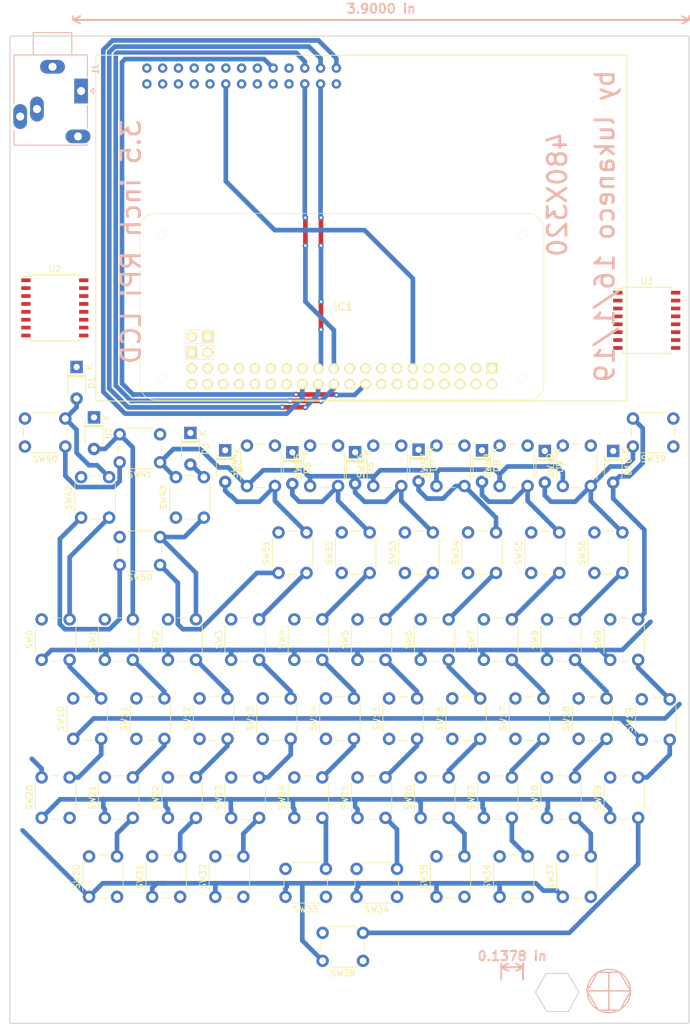
<source format=kicad_pcb>
(kicad_pcb (version 20171130) (host pcbnew "(5.0.2)-1")
  (layers (0 F.Cu signal) (31 B.Cu signal) (34 B.Paste user) (35 F.Paste user) (36 B.SilkS user) (37 F.SilkS user) (38 B.Mask user) (39 F.Mask user) (44 Edge.Cuts user hide))
  (net 0 "")
  (net 1 Col2)
  (net 2 Col3)
  (net 3 Col4)
  (net 4 Col5)
  (net 5 Col0)
  (net 6 Col1)
  (net 7 "Net-(DS1-Pad3)")
  (net 8 "Net-(DS1-Pad5)")
  (net 9 "Net-(DS1-Pad7)")
  (net 10 "Net-(DS1-Pad8)")
  (net 11 "Net-(DS1-Pad10)")
  (net 12 "Net-(DS1-Pad12)")
  (net 13 "Net-(DS1-Pad13)")
  (net 14 "Net-(DS1-Pad15)")
  (net 15 "Net-(DS1-Pad16)")
  (net 16 "Net-(J1-PadT)")
  (net 17 "Net-(J1-PadR)")
  (net 18 "Net-(J1-PadS)")
  (net 19 +3V3)
  (net 20 +5V)
  (net 21 GND)
  (net 22 TP_IRQ)
  (net 23 LCD_RS)
  (net 24 TP_SO)
  (net 25 RST)
  (net 26 LCD_SCK)
  (net 27 LCD_CS)
  (net 28 TP_CS)
  (net 29 Row0)
  (net 30 "Net-(D1-Pad2)")
  (net 31 "Net-(D2-Pad2)")
  (net 32 Row1)
  (net 33 Row2)
  (net 34 "Net-(D3-Pad2)")
  (net 35 "Net-(D4-Pad2)")
  (net 36 Row3)
  (net 37 Row4)
  (net 38 "Net-(D5-Pad2)")
  (net 39 Row5)
  (net 40 "Net-(D6-Pad2)")
  (net 41 "Net-(D7-Pad2)")
  (net 42 Row6)
  (net 43 "Net-(D8-Pad2)")
  (net 44 Row7)
  (net 45 Row8)
  (net 46 "Net-(D9-Pad2)")
  (net 47 "Net-(D10-Pad2)")
  (net 48 Row9)
  (net 49 "Net-(IC1-Pad7)")
  (net 50 "Net-(IC1-Pad8)")
  (net 51 "Net-(IC1-Pad10)")
  (net 52 "Net-(IC1-Pad12)")
  (net 53 "Net-(IC1-Pad13)")
  (net 54 "Net-(IC1-Pad15)")
  (net 55 "Net-(IC1-Pad16)")
  (net 56 "Net-(IC1-Pad19)")
  (net 57 "Net-(IC1-Pad27)")
  (net 58 "Net-(IC1-Pad28)")
  (net 59 "Net-(IC1-Pad29)")
  (net 60 "Net-(IC1-Pad30)")
  (net 61 "Net-(IC1-Pad31)")
  (net 62 "Net-(IC1-Pad32)")
  (net 63 "Net-(IC1-Pad33)")
  (net 64 "Net-(IC1-Pad34)")
  (net 65 "Net-(IC1-Pad35)")
  (net 66 "Net-(IC1-Pad36)")
  (net 67 "Net-(IC1-Pad37)")
  (net 68 "Net-(IC1-Pad38)")
  (net 69 "Net-(IC1-Pad39)")
  (net 70 "Net-(IC1-Pad40)")
  (net 71 "Net-(IC1-Pad41)")
  (net 72 "Net-(IC1-Pad42)")
  (net 73 "Net-(IC1-Pad43)")
  (net 74 "Net-(IC1-Pad44)")
  (net 75 SDA)
  (net 76 SDL)
  (net 77 "Net-(U2-Pad13)")
  (net 78 "Net-(U2-Pad3)")
  (net 79 "Net-(U2-Pad2)")
  (net 80 "Net-(U2-Pad1)")
  (net 81 "Net-(U3-Pad1)")
  (net 82 "Net-(U3-Pad2)")
  (net 83 "Net-(U3-Pad3)")
  (net 84 "Net-(U3-Pad13)")
  (module Package_SO:SOIC-16W_7.5x10.3mm_P1.27mm (layer F.Cu) (at 158.28 76.23)
    (fp_text reference U3 (at 0 -6.25) (layer F.SilkS))
    (fp_text value PCF8574)
    (pad 16 smd rect (at 4.65 -4.445) (size 1.5 0.6) (layers F.Cu F.Paste F.Mask) (net 20 +5V))
    (pad 15 smd rect (at 4.65 -3.175) (size 1.5 0.6) (layers F.Cu F.Paste F.Mask) (net 75 SDA))
    (pad 14 smd rect (at 4.65 -1.905) (size 1.5 0.6) (layers F.Cu F.Paste F.Mask) (net 76 SDL))
    (pad 13 smd rect (at 4.65 -0.635) (size 1.5 0.6) (layers F.Cu F.Paste F.Mask) (net 84 "Net-(U3-Pad13)"))
    (pad 12 smd rect (at 4.65 0.635) (size 1.5 0.6) (layers F.Cu F.Paste F.Mask) (net 48 Row9))
    (pad 11 smd rect (at 4.65 1.905) (size 1.5 0.6) (layers F.Cu F.Paste F.Mask) (net 45 Row8))
    (pad 10 smd rect (at 4.65 3.175) (size 1.5 0.6) (layers F.Cu F.Paste F.Mask) (net 44 Row7))
    (pad 9 smd rect (at 4.65 4.445) (size 1.5 0.6) (layers F.Cu F.Paste F.Mask) (net 42 Row6))
    (pad 8 smd rect (at -4.65 4.445) (size 1.5 0.6) (layers F.Cu F.Paste F.Mask) (net 21 GND))
    (pad 7 smd rect (at -4.65 3.175) (size 1.5 0.6) (layers F.Cu F.Paste F.Mask) (net 39 Row5))
    (pad 6 smd rect (at -4.65 1.905) (size 1.5 0.6) (layers F.Cu F.Paste F.Mask) (net 37 Row4))
    (pad 5 smd rect (at -4.65 0.635) (size 1.5 0.6) (layers F.Cu F.Paste F.Mask) (net 36 Row3))
    (pad 4 smd rect (at -4.65 -0.635) (size 1.5 0.6) (layers F.Cu F.Paste F.Mask) (net 33 Row2))
    (pad 3 smd rect (at -4.65 -1.905) (size 1.5 0.6) (layers F.Cu F.Paste F.Mask) (net 83 "Net-(U3-Pad3)"))
    (pad 2 smd rect (at -4.65 -3.175) (size 1.5 0.6) (layers F.Cu F.Paste F.Mask) (net 82 "Net-(U3-Pad2)"))
    (pad 1 smd rect (at -4.65 -4.445) (size 1.5 0.6) (layers F.Cu F.Paste F.Mask) (net 81 "Net-(U3-Pad1)"))
  )
  (module "pi zero:RASPBERRY_PI_ZERO_W" (layer F.Cu) (at 109.48 74.03 180)
    (fp_text reference IC1 (at 0 0 180) (layer F.SilkS) (effects (font (size 1.27 1.27) (thickness 0.254))))
    (fp_text value "Raspberry_Pi_Zero_W_(v1.3)" hide)
    (pad 1 thru_hole rect (at -23.885 -9.92 270) (size 1.665 1.665) (drill 1.11) (layers *.Cu *.Mask F.SilkS) (net 19 +3V3))
    (pad 2 thru_hole circle (at -23.885 -12.46 270) (size 1.665 1.665) (drill 1.11) (layers *.Cu *.Mask F.SilkS) (net 20 +5V))
    (pad 3 thru_hole circle (at -21.345 -9.92 270) (size 1.665 1.665) (drill 1.11) (layers *.Cu *.Mask F.SilkS) (net 75 SDA))
    (pad 4 thru_hole circle (at -21.345 -12.46 270) (size 1.665 1.665) (drill 1.11) (layers *.Cu *.Mask F.SilkS) (net 20 +5V))
    (pad 5 thru_hole circle (at -18.805 -9.92 270) (size 1.665 1.665) (drill 1.11) (layers *.Cu *.Mask F.SilkS) (net 76 SDL))
    (pad 6 thru_hole circle (at -18.805 -12.46 270) (size 1.665 1.665) (drill 1.11) (layers *.Cu *.Mask F.SilkS) (net 21 GND))
    (pad 7 thru_hole circle (at -16.265 -9.92 270) (size 1.665 1.665) (drill 1.11) (layers *.Cu *.Mask F.SilkS) (net 49 "Net-(IC1-Pad7)"))
    (pad 8 thru_hole circle (at -16.265 -12.46 270) (size 1.665 1.665) (drill 1.11) (layers *.Cu *.Mask F.SilkS) (net 50 "Net-(IC1-Pad8)"))
    (pad 9 thru_hole circle (at -13.725 -9.92 270) (size 1.665 1.665) (drill 1.11) (layers *.Cu *.Mask F.SilkS) (net 21 GND))
    (pad 10 thru_hole circle (at -13.725 -12.46 270) (size 1.665 1.665) (drill 1.11) (layers *.Cu *.Mask F.SilkS) (net 51 "Net-(IC1-Pad10)"))
    (pad 11 thru_hole circle (at -11.185 -9.92 270) (size 1.665 1.665) (drill 1.11) (layers *.Cu *.Mask F.SilkS) (net 22 TP_IRQ))
    (pad 12 thru_hole circle (at -11.185 -12.46 270) (size 1.665 1.665) (drill 1.11) (layers *.Cu *.Mask F.SilkS) (net 52 "Net-(IC1-Pad12)"))
    (pad 13 thru_hole circle (at -8.645 -9.92 270) (size 1.665 1.665) (drill 1.11) (layers *.Cu *.Mask F.SilkS) (net 53 "Net-(IC1-Pad13)"))
    (pad 14 thru_hole circle (at -8.645 -12.46 270) (size 1.665 1.665) (drill 1.11) (layers *.Cu *.Mask F.SilkS) (net 21 GND))
    (pad 15 thru_hole circle (at -6.105 -9.92 270) (size 1.665 1.665) (drill 1.11) (layers *.Cu *.Mask F.SilkS) (net 54 "Net-(IC1-Pad15)"))
    (pad 16 thru_hole circle (at -6.105 -12.46 270) (size 1.665 1.665) (drill 1.11) (layers *.Cu *.Mask F.SilkS) (net 55 "Net-(IC1-Pad16)"))
    (pad 17 thru_hole circle (at -3.565 -9.92 270) (size 1.665 1.665) (drill 1.11) (layers *.Cu *.Mask F.SilkS) (net 19 +3V3))
    (pad 18 thru_hole circle (at -3.565 -12.46 270) (size 1.665 1.665) (drill 1.11) (layers *.Cu *.Mask F.SilkS) (net 23 LCD_RS))
    (pad 19 thru_hole circle (at -1.025 -9.92 270) (size 1.665 1.665) (drill 1.11) (layers *.Cu *.Mask F.SilkS) (net 56 "Net-(IC1-Pad19)"))
    (pad 20 thru_hole circle (at -1.025 -12.46 270) (size 1.665 1.665) (drill 1.11) (layers *.Cu *.Mask F.SilkS) (net 21 GND))
    (pad 21 thru_hole circle (at 1.515 -9.92 270) (size 1.665 1.665) (drill 1.11) (layers *.Cu *.Mask F.SilkS) (net 24 TP_SO))
    (pad 22 thru_hole circle (at 1.515 -12.46 270) (size 1.665 1.665) (drill 1.11) (layers *.Cu *.Mask F.SilkS) (net 25 RST))
    (pad 23 thru_hole circle (at 4.055 -9.92 270) (size 1.665 1.665) (drill 1.11) (layers *.Cu *.Mask F.SilkS) (net 26 LCD_SCK))
    (pad 24 thru_hole circle (at 4.055 -12.46 270) (size 1.665 1.665) (drill 1.11) (layers *.Cu *.Mask F.SilkS) (net 27 LCD_CS))
    (pad 25 thru_hole circle (at 6.595 -9.92 270) (size 1.665 1.665) (drill 1.11) (layers *.Cu *.Mask F.SilkS) (net 21 GND))
    (pad 26 thru_hole circle (at 6.595 -12.46 270) (size 1.665 1.665) (drill 1.11) (layers *.Cu *.Mask F.SilkS) (net 28 TP_CS))
    (pad 27 thru_hole circle (at 9.135 -9.92 270) (size 1.665 1.665) (drill 1.11) (layers *.Cu *.Mask F.SilkS) (net 57 "Net-(IC1-Pad27)"))
    (pad 28 thru_hole circle (at 9.135 -12.46 270) (size 1.665 1.665) (drill 1.11) (layers *.Cu *.Mask F.SilkS) (net 58 "Net-(IC1-Pad28)"))
    (pad 29 thru_hole circle (at 11.675 -9.92 270) (size 1.665 1.665) (drill 1.11) (layers *.Cu *.Mask F.SilkS) (net 59 "Net-(IC1-Pad29)"))
    (pad 30 thru_hole circle (at 11.675 -12.46 270) (size 1.665 1.665) (drill 1.11) (layers *.Cu *.Mask F.SilkS) (net 60 "Net-(IC1-Pad30)"))
    (pad 31 thru_hole circle (at 14.215 -9.92 270) (size 1.665 1.665) (drill 1.11) (layers *.Cu *.Mask F.SilkS) (net 61 "Net-(IC1-Pad31)"))
    (pad 32 thru_hole circle (at 14.215 -12.46 270) (size 1.665 1.665) (drill 1.11) (layers *.Cu *.Mask F.SilkS) (net 62 "Net-(IC1-Pad32)"))
    (pad 33 thru_hole circle (at 16.755 -9.92 270) (size 1.665 1.665) (drill 1.11) (layers *.Cu *.Mask F.SilkS) (net 63 "Net-(IC1-Pad33)"))
    (pad 34 thru_hole circle (at 16.755 -12.46 270) (size 1.665 1.665) (drill 1.11) (layers *.Cu *.Mask F.SilkS) (net 64 "Net-(IC1-Pad34)"))
    (pad 35 thru_hole circle (at 19.295 -9.92 270) (size 1.665 1.665) (drill 1.11) (layers *.Cu *.Mask F.SilkS) (net 65 "Net-(IC1-Pad35)"))
    (pad 36 thru_hole circle (at 19.295 -12.46 270) (size 1.665 1.665) (drill 1.11) (layers *.Cu *.Mask F.SilkS) (net 66 "Net-(IC1-Pad36)"))
    (pad 37 thru_hole circle (at 21.835 -9.92 270) (size 1.665 1.665) (drill 1.11) (layers *.Cu *.Mask F.SilkS) (net 67 "Net-(IC1-Pad37)"))
    (pad 38 thru_hole circle (at 21.835 -12.46 270) (size 1.665 1.665) (drill 1.11) (layers *.Cu *.Mask F.SilkS) (net 68 "Net-(IC1-Pad38)"))
    (pad 39 thru_hole circle (at 24.375 -9.92 270) (size 1.665 1.665) (drill 1.11) (layers *.Cu *.Mask F.SilkS) (net 69 "Net-(IC1-Pad39)"))
    (pad 40 thru_hole circle (at 24.375 -12.46 270) (size 1.665 1.665) (drill 1.11) (layers *.Cu *.Mask F.SilkS) (net 70 "Net-(IC1-Pad40)"))
    (pad 41 thru_hole rect (at 24.375 -7.38 270) (size 1.665 1.665) (drill 1.11) (layers *.Cu *.Mask F.SilkS) (net 71 "Net-(IC1-Pad41)"))
    (pad 42 thru_hole circle (at 21.835 -7.38 270) (size 1.665 1.665) (drill 1.11) (layers *.Cu *.Mask F.SilkS) (net 72 "Net-(IC1-Pad42)"))
    (pad 43 thru_hole rect (at 21.835 -4.84 270) (size 1.665 1.665) (drill 1.11) (layers *.Cu *.Mask F.SilkS) (net 73 "Net-(IC1-Pad43)"))
    (pad 44 thru_hole circle (at 24.375 -4.84 270) (size 1.665 1.665) (drill 1.11) (layers *.Cu *.Mask F.SilkS) (net 74 "Net-(IC1-Pad44)"))
    (pad MH1 thru_hole circle (at -28.755 -11.5 270) (size 1.4 1.4) (drill 2.8) (layers *.Cu *.Mask F.SilkS))
    (pad MH2 thru_hole circle (at -28.755 11.5 270) (size 1.4 1.4) (drill 2.8) (layers *.Cu *.Mask F.SilkS))
    (pad MH3 thru_hole circle (at 29.245 11.5 270) (size 1.4 1.4) (drill 2.8) (layers *.Cu *.Mask F.SilkS))
    (pad MH4 thru_hole circle (at 29.245 -11.5 270) (size 1.4 1.4) (drill 2.8) (layers *.Cu *.Mask F.SilkS))
  )
  (module "35 display:3.5 inch RPi LCD" (layer B.Cu) (at 77.88 38.23)
    (fp_text reference DS1 hide)
    (fp_text value 3.5_Inch_RPI)
    (fp_text user "3.5 inch RPi LCD" (at -2.54 25.4 -90) (layer B.SilkS) (effects (font (size 3 3) (thickness 0.45)) (justify mirror)))
    (fp_text user 480X320 (at 66.04 17.78 -90) (layer B.SilkS) (effects (font (size 3 3) (thickness 0.45)) (justify mirror)))
    (fp_text user "by lukaneco 16/1/19" (at 73.66 22.86 -90) (layer B.SilkS) (effects (font (size 3 3) (thickness 0.45)) (justify mirror)))
    (pad 1 thru_hole circle (at 0 0) (size 1.524 1.524) (drill 0.762) (layers *.Cu *.Mask) (net 19 +3V3))
    (pad 2 thru_hole circle (at 0 -2.54) (size 1.524 1.524) (drill 0.762) (layers *.Cu *.Mask) (net 20 +5V))
    (pad 3 thru_hole circle (at 2.54 0) (size 1.524 1.524) (drill 0.762) (layers *.Cu *.Mask) (net 7 "Net-(DS1-Pad3)"))
    (pad 4 thru_hole circle (at 2.54 -2.54) (size 1.524 1.524) (drill 0.762) (layers *.Cu *.Mask) (net 20 +5V))
    (pad 5 thru_hole circle (at 5.08 0) (size 1.524 1.524) (drill 0.762) (layers *.Cu *.Mask) (net 8 "Net-(DS1-Pad5)"))
    (pad 6 thru_hole circle (at 5.08 -2.54) (size 1.524 1.524) (drill 0.762) (layers *.Cu *.Mask) (net 21 GND))
    (pad 7 thru_hole circle (at 7.62 0) (size 1.524 1.524) (drill 0.762) (layers *.Cu *.Mask) (net 9 "Net-(DS1-Pad7)"))
    (pad 8 thru_hole circle (at 7.62 -2.54) (size 1.524 1.524) (drill 0.762) (layers *.Cu *.Mask) (net 10 "Net-(DS1-Pad8)"))
    (pad 9 thru_hole circle (at 10.16 0) (size 1.524 1.524) (drill 0.762) (layers *.Cu *.Mask) (net 21 GND))
    (pad 10 thru_hole circle (at 10.16 -2.54) (size 1.524 1.524) (drill 0.762) (layers *.Cu *.Mask) (net 11 "Net-(DS1-Pad10)"))
    (pad 11 thru_hole circle (at 12.7 0) (size 1.524 1.524) (drill 0.762) (layers *.Cu *.Mask) (net 22 TP_IRQ))
    (pad 12 thru_hole circle (at 12.7 -2.54) (size 1.524 1.524) (drill 0.762) (layers *.Cu *.Mask) (net 12 "Net-(DS1-Pad12)"))
    (pad 13 thru_hole circle (at 15.24 0) (size 1.524 1.524) (drill 0.762) (layers *.Cu *.Mask) (net 13 "Net-(DS1-Pad13)"))
    (pad 14 thru_hole circle (at 15.24 -2.54) (size 1.524 1.524) (drill 0.762) (layers *.Cu *.Mask) (net 21 GND))
    (pad 15 thru_hole circle (at 17.78 0) (size 1.524 1.524) (drill 0.762) (layers *.Cu *.Mask) (net 14 "Net-(DS1-Pad15)"))
    (pad 16 thru_hole circle (at 17.78 -2.54) (size 1.524 1.524) (drill 0.762) (layers *.Cu *.Mask) (net 15 "Net-(DS1-Pad16)"))
    (pad 17 thru_hole circle (at 20.32 0) (size 1.524 1.524) (drill 0.762) (layers *.Cu *.Mask) (net 19 +3V3))
    (pad 18 thru_hole circle (at 20.32 -2.54) (size 1.524 1.524) (drill 0.762) (layers *.Cu *.Mask) (net 23 LCD_RS))
    (pad 19 thru_hole circle (at 22.86 0) (size 1.524 1.524) (drill 0.762) (layers *.Cu *.Mask))
    (pad 20 thru_hole circle (at 22.86 -2.54) (size 1.524 1.524) (drill 0.762) (layers *.Cu *.Mask) (net 21 GND))
    (pad 21 thru_hole circle (at 25.4 0) (size 1.524 1.524) (drill 0.762) (layers *.Cu *.Mask) (net 24 TP_SO))
    (pad 22 thru_hole circle (at 25.4 -2.54) (size 1.524 1.524) (drill 0.762) (layers *.Cu *.Mask) (net 25 RST))
    (pad 23 thru_hole circle (at 27.94 0) (size 1.524 1.524) (drill 0.762) (layers *.Cu *.Mask) (net 26 LCD_SCK))
    (pad 24 thru_hole circle (at 27.94 -2.54) (size 1.524 1.524) (drill 0.762) (layers *.Cu *.Mask) (net 27 LCD_CS))
    (pad 25 thru_hole circle (at 30.48 0) (size 1.524 1.524) (drill 0.762) (layers *.Cu *.Mask) (net 21 GND))
    (pad 26 thru_hole circle (at 30.48 -2.54) (size 1.524 1.524) (drill 0.762) (layers *.Cu *.Mask) (net 28 TP_CS))
  )
  (module Button_Switch_THT:SW_PUSH_6mm (layer F.Cu) (at 60.96 130.81 90)
    (fp_text reference SW0 (at 3.25 -2 90) (layer F.SilkS))
    (fp_text value SW_Push)
    (pad 2 thru_hole circle (at 0 4.5 180) (size 2 2) (drill 1.1) (layers *.Cu *.Mask) (net 30 "Net-(D1-Pad2)"))
    (pad 1 thru_hole circle (at 0 0 180) (size 2 2) (drill 1.1) (layers *.Cu *.Mask) (net 1 Col2))
    (pad 2 thru_hole circle (at 6.5 4.5 180) (size 2 2) (drill 1.1) (layers *.Cu *.Mask) (net 30 "Net-(D1-Pad2)"))
    (pad 1 thru_hole circle (at 6.5 0 180) (size 2 2) (drill 1.1) (layers *.Cu *.Mask) (net 1 Col2))
  )
  (module Button_Switch_THT:SW_PUSH_6mm (layer F.Cu) (at 71.12 130.81 90)
    (fp_text reference SW1 (at 3.25 -2 90) (layer F.SilkS))
    (fp_text value SW_Push)
    (pad 1 thru_hole circle (at 6.5 0 180) (size 2 2) (drill 1.1) (layers *.Cu *.Mask) (net 1 Col2))
    (pad 2 thru_hole circle (at 6.5 4.5 180) (size 2 2) (drill 1.1) (layers *.Cu *.Mask) (net 31 "Net-(D2-Pad2)"))
    (pad 1 thru_hole circle (at 0 0 180) (size 2 2) (drill 1.1) (layers *.Cu *.Mask) (net 1 Col2))
    (pad 2 thru_hole circle (at 0 4.5 180) (size 2 2) (drill 1.1) (layers *.Cu *.Mask) (net 31 "Net-(D2-Pad2)"))
  )
  (module Button_Switch_THT:SW_PUSH_6mm (layer F.Cu) (at 81.28 130.81 90)
    (fp_text reference SW2 (at 3.25 -2 90) (layer F.SilkS))
    (fp_text value SW_Push)
    (pad 2 thru_hole circle (at 0 4.5 180) (size 2 2) (drill 1.1) (layers *.Cu *.Mask) (net 34 "Net-(D3-Pad2)"))
    (pad 1 thru_hole circle (at 0 0 180) (size 2 2) (drill 1.1) (layers *.Cu *.Mask) (net 1 Col2))
    (pad 2 thru_hole circle (at 6.5 4.5 180) (size 2 2) (drill 1.1) (layers *.Cu *.Mask) (net 34 "Net-(D3-Pad2)"))
    (pad 1 thru_hole circle (at 6.5 0 180) (size 2 2) (drill 1.1) (layers *.Cu *.Mask) (net 1 Col2))
  )
  (module Button_Switch_THT:SW_PUSH_6mm (layer F.Cu) (at 91.44 130.81 90)
    (fp_text reference SW3 (at 3.25 -2 90) (layer F.SilkS))
    (fp_text value SW_Push)
    (pad 2 thru_hole circle (at 0 4.5 180) (size 2 2) (drill 1.1) (layers *.Cu *.Mask) (net 35 "Net-(D4-Pad2)"))
    (pad 1 thru_hole circle (at 0 0 180) (size 2 2) (drill 1.1) (layers *.Cu *.Mask) (net 1 Col2))
    (pad 2 thru_hole circle (at 6.5 4.5 180) (size 2 2) (drill 1.1) (layers *.Cu *.Mask) (net 35 "Net-(D4-Pad2)"))
    (pad 1 thru_hole circle (at 6.5 0 180) (size 2 2) (drill 1.1) (layers *.Cu *.Mask) (net 1 Col2))
  )
  (module Button_Switch_THT:SW_PUSH_6mm (layer F.Cu) (at 101.6 130.81 90)
    (fp_text reference SW4 (at 3.25 -2 90) (layer F.SilkS))
    (fp_text value SW_Push)
    (pad 1 thru_hole circle (at 6.5 0 180) (size 2 2) (drill 1.1) (layers *.Cu *.Mask) (net 1 Col2))
    (pad 2 thru_hole circle (at 6.5 4.5 180) (size 2 2) (drill 1.1) (layers *.Cu *.Mask) (net 38 "Net-(D5-Pad2)"))
    (pad 1 thru_hole circle (at 0 0 180) (size 2 2) (drill 1.1) (layers *.Cu *.Mask) (net 1 Col2))
    (pad 2 thru_hole circle (at 0 4.5 180) (size 2 2) (drill 1.1) (layers *.Cu *.Mask) (net 38 "Net-(D5-Pad2)"))
  )
  (module Button_Switch_THT:SW_PUSH_6mm (layer F.Cu) (at 111.76 130.81 90)
    (fp_text reference SW5 (at 3.25 -2 90) (layer F.SilkS))
    (fp_text value SW_Push)
    (pad 2 thru_hole circle (at 0 4.5 180) (size 2 2) (drill 1.1) (layers *.Cu *.Mask) (net 40 "Net-(D6-Pad2)"))
    (pad 1 thru_hole circle (at 0 0 180) (size 2 2) (drill 1.1) (layers *.Cu *.Mask) (net 1 Col2))
    (pad 2 thru_hole circle (at 6.5 4.5 180) (size 2 2) (drill 1.1) (layers *.Cu *.Mask) (net 40 "Net-(D6-Pad2)"))
    (pad 1 thru_hole circle (at 6.5 0 180) (size 2 2) (drill 1.1) (layers *.Cu *.Mask) (net 1 Col2))
  )
  (module Button_Switch_THT:SW_PUSH_6mm (layer F.Cu) (at 121.92 130.81 90)
    (fp_text reference SW6 (at 3.25 -2 90) (layer F.SilkS))
    (fp_text value SW_Push)
    (pad 2 thru_hole circle (at 0 4.5 180) (size 2 2) (drill 1.1) (layers *.Cu *.Mask) (net 41 "Net-(D7-Pad2)"))
    (pad 1 thru_hole circle (at 0 0 180) (size 2 2) (drill 1.1) (layers *.Cu *.Mask) (net 1 Col2))
    (pad 2 thru_hole circle (at 6.5 4.5 180) (size 2 2) (drill 1.1) (layers *.Cu *.Mask) (net 41 "Net-(D7-Pad2)"))
    (pad 1 thru_hole circle (at 6.5 0 180) (size 2 2) (drill 1.1) (layers *.Cu *.Mask) (net 1 Col2))
  )
  (module Button_Switch_THT:SW_PUSH_6mm (layer F.Cu) (at 132.08 130.81 90)
    (fp_text reference SW7 (at 3.25 -2 90) (layer F.SilkS))
    (fp_text value SW_Push)
    (pad 1 thru_hole circle (at 6.5 0 180) (size 2 2) (drill 1.1) (layers *.Cu *.Mask) (net 1 Col2))
    (pad 2 thru_hole circle (at 6.5 4.5 180) (size 2 2) (drill 1.1) (layers *.Cu *.Mask) (net 43 "Net-(D8-Pad2)"))
    (pad 1 thru_hole circle (at 0 0 180) (size 2 2) (drill 1.1) (layers *.Cu *.Mask) (net 1 Col2))
    (pad 2 thru_hole circle (at 0 4.5 180) (size 2 2) (drill 1.1) (layers *.Cu *.Mask) (net 43 "Net-(D8-Pad2)"))
  )
  (module Button_Switch_THT:SW_PUSH_6mm (layer F.Cu) (at 142.24 130.81 90)
    (fp_text reference SW8 (at 3.25 -2 90) (layer F.SilkS))
    (fp_text value SW_Push)
    (pad 1 thru_hole circle (at 6.5 0 180) (size 2 2) (drill 1.1) (layers *.Cu *.Mask) (net 1 Col2))
    (pad 2 thru_hole circle (at 6.5 4.5 180) (size 2 2) (drill 1.1) (layers *.Cu *.Mask) (net 46 "Net-(D9-Pad2)"))
    (pad 1 thru_hole circle (at 0 0 180) (size 2 2) (drill 1.1) (layers *.Cu *.Mask) (net 1 Col2))
    (pad 2 thru_hole circle (at 0 4.5 180) (size 2 2) (drill 1.1) (layers *.Cu *.Mask) (net 46 "Net-(D9-Pad2)"))
  )
  (module Button_Switch_THT:SW_PUSH_6mm (layer F.Cu) (at 152.4 130.81 90)
    (fp_text reference SW9 (at 3.25 -2 90) (layer F.SilkS))
    (fp_text value SW_Push)
    (pad 2 thru_hole circle (at 0 4.5 180) (size 2 2) (drill 1.1) (layers *.Cu *.Mask) (net 47 "Net-(D10-Pad2)"))
    (pad 1 thru_hole circle (at 0 0 180) (size 2 2) (drill 1.1) (layers *.Cu *.Mask) (net 1 Col2))
    (pad 2 thru_hole circle (at 6.5 4.5 180) (size 2 2) (drill 1.1) (layers *.Cu *.Mask) (net 47 "Net-(D10-Pad2)"))
    (pad 1 thru_hole circle (at 6.5 0 180) (size 2 2) (drill 1.1) (layers *.Cu *.Mask) (net 1 Col2))
  )
  (module Button_Switch_THT:SW_PUSH_6mm (layer F.Cu) (at 66.04 143.51 90)
    (fp_text reference SW10 (at 3.25 -2 90) (layer F.SilkS))
    (fp_text value SW_Push)
    (pad 1 thru_hole circle (at 6.5 0 180) (size 2 2) (drill 1.1) (layers *.Cu *.Mask) (net 2 Col3))
    (pad 2 thru_hole circle (at 6.5 4.5 180) (size 2 2) (drill 1.1) (layers *.Cu *.Mask) (net 30 "Net-(D1-Pad2)"))
    (pad 1 thru_hole circle (at 0 0 180) (size 2 2) (drill 1.1) (layers *.Cu *.Mask) (net 2 Col3))
    (pad 2 thru_hole circle (at 0 4.5 180) (size 2 2) (drill 1.1) (layers *.Cu *.Mask) (net 30 "Net-(D1-Pad2)"))
  )
  (module Button_Switch_THT:SW_PUSH_6mm (layer F.Cu) (at 76.2 143.51 90)
    (fp_text reference SW11 (at 3.25 -2 90) (layer F.SilkS))
    (fp_text value SW_Push)
    (pad 2 thru_hole circle (at 0 4.5 180) (size 2 2) (drill 1.1) (layers *.Cu *.Mask) (net 31 "Net-(D2-Pad2)"))
    (pad 1 thru_hole circle (at 0 0 180) (size 2 2) (drill 1.1) (layers *.Cu *.Mask) (net 2 Col3))
    (pad 2 thru_hole circle (at 6.5 4.5 180) (size 2 2) (drill 1.1) (layers *.Cu *.Mask) (net 31 "Net-(D2-Pad2)"))
    (pad 1 thru_hole circle (at 6.5 0 180) (size 2 2) (drill 1.1) (layers *.Cu *.Mask) (net 2 Col3))
  )
  (module Button_Switch_THT:SW_PUSH_6mm (layer F.Cu) (at 86.36 143.51 90)
    (fp_text reference SW12 (at 3.25 -2 90) (layer F.SilkS))
    (fp_text value SW_Push)
    (pad 1 thru_hole circle (at 6.5 0 180) (size 2 2) (drill 1.1) (layers *.Cu *.Mask) (net 2 Col3))
    (pad 2 thru_hole circle (at 6.5 4.5 180) (size 2 2) (drill 1.1) (layers *.Cu *.Mask) (net 34 "Net-(D3-Pad2)"))
    (pad 1 thru_hole circle (at 0 0 180) (size 2 2) (drill 1.1) (layers *.Cu *.Mask) (net 2 Col3))
    (pad 2 thru_hole circle (at 0 4.5 180) (size 2 2) (drill 1.1) (layers *.Cu *.Mask) (net 34 "Net-(D3-Pad2)"))
  )
  (module Button_Switch_THT:SW_PUSH_6mm (layer F.Cu) (at 96.52 143.51 90)
    (fp_text reference SW13 (at 3.25 -2 90) (layer F.SilkS))
    (fp_text value SW_Push)
    (pad 1 thru_hole circle (at 6.5 0 180) (size 2 2) (drill 1.1) (layers *.Cu *.Mask) (net 2 Col3))
    (pad 2 thru_hole circle (at 6.5 4.5 180) (size 2 2) (drill 1.1) (layers *.Cu *.Mask) (net 35 "Net-(D4-Pad2)"))
    (pad 1 thru_hole circle (at 0 0 180) (size 2 2) (drill 1.1) (layers *.Cu *.Mask) (net 2 Col3))
    (pad 2 thru_hole circle (at 0 4.5 180) (size 2 2) (drill 1.1) (layers *.Cu *.Mask) (net 35 "Net-(D4-Pad2)"))
  )
  (module Button_Switch_THT:SW_PUSH_6mm (layer F.Cu) (at 106.68 143.51 90)
    (fp_text reference SW14 (at 3.25 -2 90) (layer F.SilkS))
    (fp_text value SW_Push)
    (pad 2 thru_hole circle (at 0 4.5 180) (size 2 2) (drill 1.1) (layers *.Cu *.Mask) (net 38 "Net-(D5-Pad2)"))
    (pad 1 thru_hole circle (at 0 0 180) (size 2 2) (drill 1.1) (layers *.Cu *.Mask) (net 2 Col3))
    (pad 2 thru_hole circle (at 6.5 4.5 180) (size 2 2) (drill 1.1) (layers *.Cu *.Mask) (net 38 "Net-(D5-Pad2)"))
    (pad 1 thru_hole circle (at 6.5 0 180) (size 2 2) (drill 1.1) (layers *.Cu *.Mask) (net 2 Col3))
  )
  (module Button_Switch_THT:SW_PUSH_6mm (layer F.Cu) (at 116.84 143.51 90)
    (fp_text reference SW15 (at 3.25 -2 90) (layer F.SilkS))
    (fp_text value SW_Push)
    (pad 2 thru_hole circle (at 0 4.5 180) (size 2 2) (drill 1.1) (layers *.Cu *.Mask) (net 40 "Net-(D6-Pad2)"))
    (pad 1 thru_hole circle (at 0 0 180) (size 2 2) (drill 1.1) (layers *.Cu *.Mask) (net 2 Col3))
    (pad 2 thru_hole circle (at 6.5 4.5 180) (size 2 2) (drill 1.1) (layers *.Cu *.Mask) (net 40 "Net-(D6-Pad2)"))
    (pad 1 thru_hole circle (at 6.5 0 180) (size 2 2) (drill 1.1) (layers *.Cu *.Mask) (net 2 Col3))
  )
  (module Button_Switch_THT:SW_PUSH_6mm (layer F.Cu) (at 127 143.51 90)
    (fp_text reference SW16 (at 3.25 -2 90) (layer F.SilkS))
    (fp_text value SW_Push)
    (pad 1 thru_hole circle (at 6.5 0 180) (size 2 2) (drill 1.1) (layers *.Cu *.Mask) (net 2 Col3))
    (pad 2 thru_hole circle (at 6.5 4.5 180) (size 2 2) (drill 1.1) (layers *.Cu *.Mask) (net 41 "Net-(D7-Pad2)"))
    (pad 1 thru_hole circle (at 0 0 180) (size 2 2) (drill 1.1) (layers *.Cu *.Mask) (net 2 Col3))
    (pad 2 thru_hole circle (at 0 4.5 180) (size 2 2) (drill 1.1) (layers *.Cu *.Mask) (net 41 "Net-(D7-Pad2)"))
  )
  (module Button_Switch_THT:SW_PUSH_6mm (layer F.Cu) (at 137.16 143.51 90)
    (fp_text reference SW17 (at 3.25 -2 90) (layer F.SilkS))
    (fp_text value SW_Push)
    (pad 2 thru_hole circle (at 0 4.5 180) (size 2 2) (drill 1.1) (layers *.Cu *.Mask) (net 43 "Net-(D8-Pad2)"))
    (pad 1 thru_hole circle (at 0 0 180) (size 2 2) (drill 1.1) (layers *.Cu *.Mask) (net 2 Col3))
    (pad 2 thru_hole circle (at 6.5 4.5 180) (size 2 2) (drill 1.1) (layers *.Cu *.Mask) (net 43 "Net-(D8-Pad2)"))
    (pad 1 thru_hole circle (at 6.5 0 180) (size 2 2) (drill 1.1) (layers *.Cu *.Mask) (net 2 Col3))
  )
  (module Button_Switch_THT:SW_PUSH_6mm (layer F.Cu) (at 147.32 143.51 90)
    (fp_text reference SW18 (at 3.25 -2 90) (layer F.SilkS))
    (fp_text value SW_Push)
    (pad 1 thru_hole circle (at 6.5 0 180) (size 2 2) (drill 1.1) (layers *.Cu *.Mask) (net 2 Col3))
    (pad 2 thru_hole circle (at 6.5 4.5 180) (size 2 2) (drill 1.1) (layers *.Cu *.Mask) (net 46 "Net-(D9-Pad2)"))
    (pad 1 thru_hole circle (at 0 0 180) (size 2 2) (drill 1.1) (layers *.Cu *.Mask) (net 2 Col3))
    (pad 2 thru_hole circle (at 0 4.5 180) (size 2 2) (drill 1.1) (layers *.Cu *.Mask) (net 46 "Net-(D9-Pad2)"))
  )
  (module Button_Switch_THT:SW_PUSH_6mm (layer F.Cu) (at 157.48 143.66 90)
    (fp_text reference SW19 (at 3.25 -2 90) (layer F.SilkS))
    (fp_text value SW_Push)
    (pad 1 thru_hole circle (at 6.5 0 180) (size 2 2) (drill 1.1) (layers *.Cu *.Mask) (net 2 Col3))
    (pad 2 thru_hole circle (at 6.5 4.5 180) (size 2 2) (drill 1.1) (layers *.Cu *.Mask) (net 47 "Net-(D10-Pad2)"))
    (pad 1 thru_hole circle (at 0 0 180) (size 2 2) (drill 1.1) (layers *.Cu *.Mask) (net 2 Col3))
    (pad 2 thru_hole circle (at 0 4.5 180) (size 2 2) (drill 1.1) (layers *.Cu *.Mask) (net 47 "Net-(D10-Pad2)"))
  )
  (module Button_Switch_THT:SW_PUSH_6mm (layer F.Cu) (at 60.96 156.21 90)
    (fp_text reference SW20 (at 3.25 -2 90) (layer F.SilkS))
    (fp_text value SW_Push)
    (pad 2 thru_hole circle (at 0 4.5 180) (size 2 2) (drill 1.1) (layers *.Cu *.Mask) (net 30 "Net-(D1-Pad2)"))
    (pad 1 thru_hole circle (at 0 0 180) (size 2 2) (drill 1.1) (layers *.Cu *.Mask) (net 3 Col4))
    (pad 2 thru_hole circle (at 6.5 4.5 180) (size 2 2) (drill 1.1) (layers *.Cu *.Mask) (net 30 "Net-(D1-Pad2)"))
    (pad 1 thru_hole circle (at 6.5 0 180) (size 2 2) (drill 1.1) (layers *.Cu *.Mask) (net 3 Col4))
  )
  (module Button_Switch_THT:SW_PUSH_6mm (layer F.Cu) (at 71.12 156.21 90)
    (fp_text reference SW21 (at 3.25 -2 90) (layer F.SilkS))
    (fp_text value SW_Push)
    (pad 1 thru_hole circle (at 6.5 0 180) (size 2 2) (drill 1.1) (layers *.Cu *.Mask) (net 3 Col4))
    (pad 2 thru_hole circle (at 6.5 4.5 180) (size 2 2) (drill 1.1) (layers *.Cu *.Mask) (net 31 "Net-(D2-Pad2)"))
    (pad 1 thru_hole circle (at 0 0 180) (size 2 2) (drill 1.1) (layers *.Cu *.Mask) (net 3 Col4))
    (pad 2 thru_hole circle (at 0 4.5 180) (size 2 2) (drill 1.1) (layers *.Cu *.Mask) (net 31 "Net-(D2-Pad2)"))
  )
  (module Button_Switch_THT:SW_PUSH_6mm (layer F.Cu) (at 81.28 156.21 90)
    (fp_text reference SW22 (at 3.25 -2 90) (layer F.SilkS))
    (fp_text value SW_Push)
    (pad 2 thru_hole circle (at 0 4.5 180) (size 2 2) (drill 1.1) (layers *.Cu *.Mask) (net 34 "Net-(D3-Pad2)"))
    (pad 1 thru_hole circle (at 0 0 180) (size 2 2) (drill 1.1) (layers *.Cu *.Mask) (net 3 Col4))
    (pad 2 thru_hole circle (at 6.5 4.5 180) (size 2 2) (drill 1.1) (layers *.Cu *.Mask) (net 34 "Net-(D3-Pad2)"))
    (pad 1 thru_hole circle (at 6.5 0 180) (size 2 2) (drill 1.1) (layers *.Cu *.Mask) (net 3 Col4))
  )
  (module Button_Switch_THT:SW_PUSH_6mm (layer F.Cu) (at 91.44 156.21 90)
    (fp_text reference SW23 (at 3.25 -2 90) (layer F.SilkS))
    (fp_text value SW_Push)
    (pad 2 thru_hole circle (at 0 4.5 180) (size 2 2) (drill 1.1) (layers *.Cu *.Mask) (net 35 "Net-(D4-Pad2)"))
    (pad 1 thru_hole circle (at 0 0 180) (size 2 2) (drill 1.1) (layers *.Cu *.Mask) (net 3 Col4))
    (pad 2 thru_hole circle (at 6.5 4.5 180) (size 2 2) (drill 1.1) (layers *.Cu *.Mask) (net 35 "Net-(D4-Pad2)"))
    (pad 1 thru_hole circle (at 6.5 0 180) (size 2 2) (drill 1.1) (layers *.Cu *.Mask) (net 3 Col4))
  )
  (module Button_Switch_THT:SW_PUSH_6mm (layer F.Cu) (at 101.6 156.21 90)
    (fp_text reference SW24 (at 3.25 -2 90) (layer F.SilkS))
    (fp_text value SW_Push)
    (pad 2 thru_hole circle (at 0 4.5 180) (size 2 2) (drill 1.1) (layers *.Cu *.Mask) (net 38 "Net-(D5-Pad2)"))
    (pad 1 thru_hole circle (at 0 0 180) (size 2 2) (drill 1.1) (layers *.Cu *.Mask) (net 3 Col4))
    (pad 2 thru_hole circle (at 6.5 4.5 180) (size 2 2) (drill 1.1) (layers *.Cu *.Mask) (net 38 "Net-(D5-Pad2)"))
    (pad 1 thru_hole circle (at 6.5 0 180) (size 2 2) (drill 1.1) (layers *.Cu *.Mask) (net 3 Col4))
  )
  (module Button_Switch_THT:SW_PUSH_6mm (layer F.Cu) (at 111.76 156.21 90)
    (fp_text reference SW25 (at 3.25 -2 90) (layer F.SilkS))
    (fp_text value SW_Push)
    (pad 1 thru_hole circle (at 6.5 0 180) (size 2 2) (drill 1.1) (layers *.Cu *.Mask) (net 3 Col4))
    (pad 2 thru_hole circle (at 6.5 4.5 180) (size 2 2) (drill 1.1) (layers *.Cu *.Mask) (net 40 "Net-(D6-Pad2)"))
    (pad 1 thru_hole circle (at 0 0 180) (size 2 2) (drill 1.1) (layers *.Cu *.Mask) (net 3 Col4))
    (pad 2 thru_hole circle (at 0 4.5 180) (size 2 2) (drill 1.1) (layers *.Cu *.Mask) (net 40 "Net-(D6-Pad2)"))
  )
  (module Button_Switch_THT:SW_PUSH_6mm (layer F.Cu) (at 121.92 156.21 90)
    (fp_text reference SW26 (at 3.25 -2 90) (layer F.SilkS))
    (fp_text value SW_Push)
    (pad 2 thru_hole circle (at 0 4.5 180) (size 2 2) (drill 1.1) (layers *.Cu *.Mask) (net 41 "Net-(D7-Pad2)"))
    (pad 1 thru_hole circle (at 0 0 180) (size 2 2) (drill 1.1) (layers *.Cu *.Mask) (net 3 Col4))
    (pad 2 thru_hole circle (at 6.5 4.5 180) (size 2 2) (drill 1.1) (layers *.Cu *.Mask) (net 41 "Net-(D7-Pad2)"))
    (pad 1 thru_hole circle (at 6.5 0 180) (size 2 2) (drill 1.1) (layers *.Cu *.Mask) (net 3 Col4))
  )
  (module Button_Switch_THT:SW_PUSH_6mm (layer F.Cu) (at 132.08 156.21 90)
    (fp_text reference SW27 (at 3.25 -2 90) (layer F.SilkS))
    (fp_text value SW_Push)
    (pad 1 thru_hole circle (at 6.5 0 180) (size 2 2) (drill 1.1) (layers *.Cu *.Mask) (net 3 Col4))
    (pad 2 thru_hole circle (at 6.5 4.5 180) (size 2 2) (drill 1.1) (layers *.Cu *.Mask) (net 43 "Net-(D8-Pad2)"))
    (pad 1 thru_hole circle (at 0 0 180) (size 2 2) (drill 1.1) (layers *.Cu *.Mask) (net 3 Col4))
    (pad 2 thru_hole circle (at 0 4.5 180) (size 2 2) (drill 1.1) (layers *.Cu *.Mask) (net 43 "Net-(D8-Pad2)"))
  )
  (module Button_Switch_THT:SW_PUSH_6mm (layer F.Cu) (at 142.24 156.21 90)
    (fp_text reference SW28 (at 3.25 -2 90) (layer F.SilkS))
    (fp_text value SW_Push)
    (pad 2 thru_hole circle (at 0 4.5 180) (size 2 2) (drill 1.1) (layers *.Cu *.Mask) (net 46 "Net-(D9-Pad2)"))
    (pad 1 thru_hole circle (at 0 0 180) (size 2 2) (drill 1.1) (layers *.Cu *.Mask) (net 3 Col4))
    (pad 2 thru_hole circle (at 6.5 4.5 180) (size 2 2) (drill 1.1) (layers *.Cu *.Mask) (net 46 "Net-(D9-Pad2)"))
    (pad 1 thru_hole circle (at 6.5 0 180) (size 2 2) (drill 1.1) (layers *.Cu *.Mask) (net 3 Col4))
  )
  (module Button_Switch_THT:SW_PUSH_6mm (layer F.Cu) (at 152.4 156.21 90)
    (fp_text reference SW29 (at 3.25 -2 90) (layer F.SilkS))
    (fp_text value SW_Push)
    (pad 1 thru_hole circle (at 6.5 0 180) (size 2 2) (drill 1.1) (layers *.Cu *.Mask) (net 3 Col4))
    (pad 2 thru_hole circle (at 6.5 4.5 180) (size 2 2) (drill 1.1) (layers *.Cu *.Mask) (net 47 "Net-(D10-Pad2)"))
    (pad 1 thru_hole circle (at 0 0 180) (size 2 2) (drill 1.1) (layers *.Cu *.Mask) (net 3 Col4))
    (pad 2 thru_hole circle (at 0 4.5 180) (size 2 2) (drill 1.1) (layers *.Cu *.Mask) (net 47 "Net-(D10-Pad2)"))
  )
  (module Button_Switch_THT:SW_PUSH_6mm (layer F.Cu) (at 68.58 168.91 90)
    (fp_text reference SW30 (at 3.25 -2 90) (layer F.SilkS))
    (fp_text value SW_Push)
    (pad 1 thru_hole circle (at 6.5 0 180) (size 2 2) (drill 1.1) (layers *.Cu *.Mask) (net 4 Col5))
    (pad 2 thru_hole circle (at 6.5 4.5 180) (size 2 2) (drill 1.1) (layers *.Cu *.Mask) (net 31 "Net-(D2-Pad2)"))
    (pad 1 thru_hole circle (at 0 0 180) (size 2 2) (drill 1.1) (layers *.Cu *.Mask) (net 4 Col5))
    (pad 2 thru_hole circle (at 0 4.5 180) (size 2 2) (drill 1.1) (layers *.Cu *.Mask) (net 31 "Net-(D2-Pad2)"))
  )
  (module Button_Switch_THT:SW_PUSH_6mm (layer F.Cu) (at 78.74 168.91 90)
    (fp_text reference SW31 (at 3.25 -2 90) (layer F.SilkS))
    (fp_text value SW_Push)
    (pad 2 thru_hole circle (at 0 4.5 180) (size 2 2) (drill 1.1) (layers *.Cu *.Mask) (net 34 "Net-(D3-Pad2)"))
    (pad 1 thru_hole circle (at 0 0 180) (size 2 2) (drill 1.1) (layers *.Cu *.Mask) (net 4 Col5))
    (pad 2 thru_hole circle (at 6.5 4.5 180) (size 2 2) (drill 1.1) (layers *.Cu *.Mask) (net 34 "Net-(D3-Pad2)"))
    (pad 1 thru_hole circle (at 6.5 0 180) (size 2 2) (drill 1.1) (layers *.Cu *.Mask) (net 4 Col5))
  )
  (module Button_Switch_THT:SW_PUSH_6mm (layer F.Cu) (at 88.9 168.91 90)
    (fp_text reference SW32 (at 3.25 -2 90) (layer F.SilkS))
    (fp_text value SW_Push)
    (pad 1 thru_hole circle (at 6.5 0 180) (size 2 2) (drill 1.1) (layers *.Cu *.Mask) (net 4 Col5))
    (pad 2 thru_hole circle (at 6.5 4.5 180) (size 2 2) (drill 1.1) (layers *.Cu *.Mask) (net 35 "Net-(D4-Pad2)"))
    (pad 1 thru_hole circle (at 0 0 180) (size 2 2) (drill 1.1) (layers *.Cu *.Mask) (net 4 Col5))
    (pad 2 thru_hole circle (at 0 4.5 180) (size 2 2) (drill 1.1) (layers *.Cu *.Mask) (net 35 "Net-(D4-Pad2)"))
  )
  (module Button_Switch_THT:SW_PUSH_6mm (layer F.Cu) (at 106.68 168.91 180)
    (fp_text reference SW33 (at 3.25 -2 180) (layer F.SilkS))
    (fp_text value SW_Push)
    (pad 2 thru_hole circle (at 0 4.5 270) (size 2 2) (drill 1.1) (layers *.Cu *.Mask) (net 38 "Net-(D5-Pad2)"))
    (pad 1 thru_hole circle (at 0 0 270) (size 2 2) (drill 1.1) (layers *.Cu *.Mask) (net 4 Col5))
    (pad 2 thru_hole circle (at 6.5 4.5 270) (size 2 2) (drill 1.1) (layers *.Cu *.Mask) (net 38 "Net-(D5-Pad2)"))
    (pad 1 thru_hole circle (at 6.5 0 270) (size 2 2) (drill 1.1) (layers *.Cu *.Mask) (net 4 Col5))
  )
  (module Button_Switch_THT:SW_PUSH_6mm (layer F.Cu) (at 118.11 168.91 180)
    (fp_text reference SW34 (at 3.25 -2 180) (layer F.SilkS))
    (fp_text value SW_Push)
    (pad 2 thru_hole circle (at 0 4.5 270) (size 2 2) (drill 1.1) (layers *.Cu *.Mask) (net 40 "Net-(D6-Pad2)"))
    (pad 1 thru_hole circle (at 0 0 270) (size 2 2) (drill 1.1) (layers *.Cu *.Mask) (net 4 Col5))
    (pad 2 thru_hole circle (at 6.5 4.5 270) (size 2 2) (drill 1.1) (layers *.Cu *.Mask) (net 40 "Net-(D6-Pad2)"))
    (pad 1 thru_hole circle (at 6.5 0 270) (size 2 2) (drill 1.1) (layers *.Cu *.Mask) (net 4 Col5))
  )
  (module Button_Switch_THT:SW_PUSH_6mm (layer F.Cu) (at 124.46 168.91 90)
    (fp_text reference SW35 (at 3.25 -2 90) (layer F.SilkS))
    (fp_text value SW_Push)
    (pad 2 thru_hole circle (at 0 4.5 180) (size 2 2) (drill 1.1) (layers *.Cu *.Mask) (net 41 "Net-(D7-Pad2)"))
    (pad 1 thru_hole circle (at 0 0 180) (size 2 2) (drill 1.1) (layers *.Cu *.Mask) (net 4 Col5))
    (pad 2 thru_hole circle (at 6.5 4.5 180) (size 2 2) (drill 1.1) (layers *.Cu *.Mask) (net 41 "Net-(D7-Pad2)"))
    (pad 1 thru_hole circle (at 6.5 0 180) (size 2 2) (drill 1.1) (layers *.Cu *.Mask) (net 4 Col5))
  )
  (module Button_Switch_THT:SW_PUSH_6mm (layer F.Cu) (at 134.62 168.91 90)
    (fp_text reference SW36 (at 3.25 -2 90) (layer F.SilkS))
    (fp_text value SW_Push)
    (pad 2 thru_hole circle (at 0 4.5 180) (size 2 2) (drill 1.1) (layers *.Cu *.Mask) (net 43 "Net-(D8-Pad2)"))
    (pad 1 thru_hole circle (at 0 0 180) (size 2 2) (drill 1.1) (layers *.Cu *.Mask) (net 4 Col5))
    (pad 2 thru_hole circle (at 6.5 4.5 180) (size 2 2) (drill 1.1) (layers *.Cu *.Mask) (net 43 "Net-(D8-Pad2)"))
    (pad 1 thru_hole circle (at 6.5 0 180) (size 2 2) (drill 1.1) (layers *.Cu *.Mask) (net 4 Col5))
  )
  (module Button_Switch_THT:SW_PUSH_6mm (layer F.Cu) (at 144.78 168.91 90)
    (fp_text reference SW37 (at 3.25 -2 90) (layer F.SilkS))
    (fp_text value SW_Push)
    (pad 1 thru_hole circle (at 6.5 0 180) (size 2 2) (drill 1.1) (layers *.Cu *.Mask) (net 4 Col5))
    (pad 2 thru_hole circle (at 6.5 4.5 180) (size 2 2) (drill 1.1) (layers *.Cu *.Mask) (net 46 "Net-(D9-Pad2)"))
    (pad 1 thru_hole circle (at 0 0 180) (size 2 2) (drill 1.1) (layers *.Cu *.Mask) (net 4 Col5))
    (pad 2 thru_hole circle (at 0 4.5 180) (size 2 2) (drill 1.1) (layers *.Cu *.Mask) (net 46 "Net-(D9-Pad2)"))
  )
  (module Button_Switch_THT:SW_PUSH_6mm (layer F.Cu) (at 112.649 179.197 180)
    (fp_text reference SW38 (at 3.25 -2 180) (layer F.SilkS))
    (fp_text value SW_Push)
    (pad 2 thru_hole circle (at 0 4.5 270) (size 2 2) (drill 1.1) (layers *.Cu *.Mask) (net 47 "Net-(D10-Pad2)"))
    (pad 1 thru_hole circle (at 0 0 270) (size 2 2) (drill 1.1) (layers *.Cu *.Mask) (net 4 Col5))
    (pad 2 thru_hole circle (at 6.5 4.5 270) (size 2 2) (drill 1.1) (layers *.Cu *.Mask) (net 47 "Net-(D10-Pad2)"))
    (pad 1 thru_hole circle (at 6.5 0 270) (size 2 2) (drill 1.1) (layers *.Cu *.Mask) (net 4 Col5))
  )
  (module Button_Switch_THT:SW_PUSH_6mm (layer F.Cu) (at 162.56 96.52 180)
    (fp_text reference SW39 (at 3.25 -2 180) (layer F.SilkS))
    (fp_text value SW_Push)
    (pad 1 thru_hole circle (at 6.5 0 270) (size 2 2) (drill 1.1) (layers *.Cu *.Mask) (net 46 "Net-(D9-Pad2)"))
    (pad 2 thru_hole circle (at 6.5 4.5 270) (size 2 2) (drill 1.1) (layers *.Cu *.Mask) (net 47 "Net-(D10-Pad2)"))
    (pad 1 thru_hole circle (at 0 0 270) (size 2 2) (drill 1.1) (layers *.Cu *.Mask) (net 46 "Net-(D9-Pad2)"))
    (pad 2 thru_hole circle (at 0 4.5 270) (size 2 2) (drill 1.1) (layers *.Cu *.Mask) (net 47 "Net-(D10-Pad2)"))
  )
  (module Button_Switch_THT:SW_PUSH_6mm (layer F.Cu) (at 64.77 96.52 180)
    (fp_text reference SW40 (at 3.25 -2 180) (layer F.SilkS))
    (fp_text value SW_Push)
    (pad 1 thru_hole circle (at 6.5 0 270) (size 2 2) (drill 1.1) (layers *.Cu *.Mask) (net 5 Col0))
    (pad 2 thru_hole circle (at 6.5 4.5 270) (size 2 2) (drill 1.1) (layers *.Cu *.Mask) (net 30 "Net-(D1-Pad2)"))
    (pad 1 thru_hole circle (at 0 0 270) (size 2 2) (drill 1.1) (layers *.Cu *.Mask) (net 5 Col0))
    (pad 2 thru_hole circle (at 0 4.5 270) (size 2 2) (drill 1.1) (layers *.Cu *.Mask) (net 30 "Net-(D1-Pad2)"))
  )
  (module Button_Switch_THT:SW_PUSH_6mm (layer F.Cu) (at 80.01 99.06 180)
    (fp_text reference SW41 (at 3.25 -2 180) (layer F.SilkS))
    (fp_text value SW_Push)
    (pad 1 thru_hole circle (at 6.5 0 270) (size 2 2) (drill 1.1) (layers *.Cu *.Mask) (net 5 Col0))
    (pad 2 thru_hole circle (at 6.5 4.5 270) (size 2 2) (drill 1.1) (layers *.Cu *.Mask) (net 31 "Net-(D2-Pad2)"))
    (pad 1 thru_hole circle (at 0 0 270) (size 2 2) (drill 1.1) (layers *.Cu *.Mask) (net 5 Col0))
    (pad 2 thru_hole circle (at 0 4.5 270) (size 2 2) (drill 1.1) (layers *.Cu *.Mask) (net 31 "Net-(D2-Pad2)"))
  )
  (module Button_Switch_THT:SW_PUSH_6mm (layer F.Cu) (at 67.31 107.95 90)
    (fp_text reference SW42 (at 3.25 -2 90) (layer F.SilkS))
    (fp_text value SW_Push)
    (pad 1 thru_hole circle (at 6.5 0 180) (size 2 2) (drill 1.1) (layers *.Cu *.Mask) (net 6 Col1))
    (pad 2 thru_hole circle (at 6.5 4.5 180) (size 2 2) (drill 1.1) (layers *.Cu *.Mask) (net 30 "Net-(D1-Pad2)"))
    (pad 1 thru_hole circle (at 0 0 180) (size 2 2) (drill 1.1) (layers *.Cu *.Mask) (net 6 Col1))
    (pad 2 thru_hole circle (at 0 4.5 180) (size 2 2) (drill 1.1) (layers *.Cu *.Mask) (net 30 "Net-(D1-Pad2)"))
  )
  (module Button_Switch_THT:SW_PUSH_6mm (layer F.Cu) (at 82.55 107.95 90)
    (fp_text reference SW43 (at 3.25 -2 90) (layer F.SilkS))
    (fp_text value SW_Push)
    (pad 2 thru_hole circle (at 0 4.5 180) (size 2 2) (drill 1.1) (layers *.Cu *.Mask) (net 34 "Net-(D3-Pad2)"))
    (pad 1 thru_hole circle (at 0 0 180) (size 2 2) (drill 1.1) (layers *.Cu *.Mask) (net 5 Col0))
    (pad 2 thru_hole circle (at 6.5 4.5 180) (size 2 2) (drill 1.1) (layers *.Cu *.Mask) (net 34 "Net-(D3-Pad2)"))
    (pad 1 thru_hole circle (at 6.5 0 180) (size 2 2) (drill 1.1) (layers *.Cu *.Mask) (net 5 Col0))
  )
  (module Button_Switch_THT:SW_PUSH_6mm (layer F.Cu) (at 93.98 102.87 90)
    (fp_text reference SW44 (at 3.25 -2 90) (layer F.SilkS))
    (fp_text value SW_Push)
    (pad 1 thru_hole circle (at 6.5 0 180) (size 2 2) (drill 1.1) (layers *.Cu *.Mask) (net 5 Col0))
    (pad 2 thru_hole circle (at 6.5 4.5 180) (size 2 2) (drill 1.1) (layers *.Cu *.Mask) (net 35 "Net-(D4-Pad2)"))
    (pad 1 thru_hole circle (at 0 0 180) (size 2 2) (drill 1.1) (layers *.Cu *.Mask) (net 5 Col0))
    (pad 2 thru_hole circle (at 0 4.5 180) (size 2 2) (drill 1.1) (layers *.Cu *.Mask) (net 35 "Net-(D4-Pad2)"))
  )
  (module Button_Switch_THT:SW_PUSH_6mm (layer F.Cu) (at 104.14 102.87 90)
    (fp_text reference SW45 (at 3.25 -2 90) (layer F.SilkS))
    (fp_text value SW_Push)
    (pad 2 thru_hole circle (at 0 4.5 180) (size 2 2) (drill 1.1) (layers *.Cu *.Mask) (net 38 "Net-(D5-Pad2)"))
    (pad 1 thru_hole circle (at 0 0 180) (size 2 2) (drill 1.1) (layers *.Cu *.Mask) (net 5 Col0))
    (pad 2 thru_hole circle (at 6.5 4.5 180) (size 2 2) (drill 1.1) (layers *.Cu *.Mask) (net 38 "Net-(D5-Pad2)"))
    (pad 1 thru_hole circle (at 6.5 0 180) (size 2 2) (drill 1.1) (layers *.Cu *.Mask) (net 5 Col0))
  )
  (module Button_Switch_THT:SW_PUSH_6mm (layer F.Cu) (at 114.3 102.87 90)
    (fp_text reference SW46 (at 3.25 -2 90) (layer F.SilkS))
    (fp_text value SW_Push)
    (pad 2 thru_hole circle (at 0 4.5 180) (size 2 2) (drill 1.1) (layers *.Cu *.Mask) (net 40 "Net-(D6-Pad2)"))
    (pad 1 thru_hole circle (at 0 0 180) (size 2 2) (drill 1.1) (layers *.Cu *.Mask) (net 5 Col0))
    (pad 2 thru_hole circle (at 6.5 4.5 180) (size 2 2) (drill 1.1) (layers *.Cu *.Mask) (net 40 "Net-(D6-Pad2)"))
    (pad 1 thru_hole circle (at 6.5 0 180) (size 2 2) (drill 1.1) (layers *.Cu *.Mask) (net 5 Col0))
  )
  (module Button_Switch_THT:SW_PUSH_6mm (layer F.Cu) (at 124.46 102.87 90)
    (fp_text reference SW47 (at 3.25 -2 90) (layer F.SilkS))
    (fp_text value SW_Push)
    (pad 2 thru_hole circle (at 0 4.5 180) (size 2 2) (drill 1.1) (layers *.Cu *.Mask) (net 41 "Net-(D7-Pad2)"))
    (pad 1 thru_hole circle (at 0 0 180) (size 2 2) (drill 1.1) (layers *.Cu *.Mask) (net 5 Col0))
    (pad 2 thru_hole circle (at 6.5 4.5 180) (size 2 2) (drill 1.1) (layers *.Cu *.Mask) (net 41 "Net-(D7-Pad2)"))
    (pad 1 thru_hole circle (at 6.5 0 180) (size 2 2) (drill 1.1) (layers *.Cu *.Mask) (net 5 Col0))
  )
  (module Button_Switch_THT:SW_PUSH_6mm (layer F.Cu) (at 134.62 102.87 90)
    (fp_text reference SW48 (at 3.25 -2 90) (layer F.SilkS))
    (fp_text value SW_Push)
    (pad 2 thru_hole circle (at 0 4.5 180) (size 2 2) (drill 1.1) (layers *.Cu *.Mask) (net 43 "Net-(D8-Pad2)"))
    (pad 1 thru_hole circle (at 0 0 180) (size 2 2) (drill 1.1) (layers *.Cu *.Mask) (net 5 Col0))
    (pad 2 thru_hole circle (at 6.5 4.5 180) (size 2 2) (drill 1.1) (layers *.Cu *.Mask) (net 43 "Net-(D8-Pad2)"))
    (pad 1 thru_hole circle (at 6.5 0 180) (size 2 2) (drill 1.1) (layers *.Cu *.Mask) (net 5 Col0))
  )
  (module Button_Switch_THT:SW_PUSH_6mm (layer F.Cu) (at 144.78 102.87 90)
    (fp_text reference SW49 (at 3.25 -2 90) (layer F.SilkS))
    (fp_text value SW_Push)
    (pad 1 thru_hole circle (at 6.5 0 180) (size 2 2) (drill 1.1) (layers *.Cu *.Mask) (net 5 Col0))
    (pad 2 thru_hole circle (at 6.5 4.5 180) (size 2 2) (drill 1.1) (layers *.Cu *.Mask) (net 46 "Net-(D9-Pad2)"))
    (pad 1 thru_hole circle (at 0 0 180) (size 2 2) (drill 1.1) (layers *.Cu *.Mask) (net 5 Col0))
    (pad 2 thru_hole circle (at 0 4.5 180) (size 2 2) (drill 1.1) (layers *.Cu *.Mask) (net 46 "Net-(D9-Pad2)"))
  )
  (module Button_Switch_THT:SW_PUSH_6mm (layer F.Cu) (at 80.01 115.57 180)
    (fp_text reference SW50 (at 3.25 -2 180) (layer F.SilkS))
    (fp_text value SW_Push)
    (pad 2 thru_hole circle (at 0 4.5 270) (size 2 2) (drill 1.1) (layers *.Cu *.Mask) (net 34 "Net-(D3-Pad2)"))
    (pad 1 thru_hole circle (at 0 0 270) (size 2 2) (drill 1.1) (layers *.Cu *.Mask) (net 6 Col1))
    (pad 2 thru_hole circle (at 6.5 4.5 270) (size 2 2) (drill 1.1) (layers *.Cu *.Mask) (net 34 "Net-(D3-Pad2)"))
    (pad 1 thru_hole circle (at 6.5 0 270) (size 2 2) (drill 1.1) (layers *.Cu *.Mask) (net 6 Col1))
  )
  (module Button_Switch_THT:SW_PUSH_6mm (layer F.Cu) (at 99.06 116.84 90)
    (fp_text reference SW51 (at 3.25 -2 90) (layer F.SilkS))
    (fp_text value SW_Push)
    (pad 1 thru_hole circle (at 6.5 0 180) (size 2 2) (drill 1.1) (layers *.Cu *.Mask) (net 6 Col1))
    (pad 2 thru_hole circle (at 6.5 4.5 180) (size 2 2) (drill 1.1) (layers *.Cu *.Mask) (net 35 "Net-(D4-Pad2)"))
    (pad 1 thru_hole circle (at 0 0 180) (size 2 2) (drill 1.1) (layers *.Cu *.Mask) (net 6 Col1))
    (pad 2 thru_hole circle (at 0 4.5 180) (size 2 2) (drill 1.1) (layers *.Cu *.Mask) (net 35 "Net-(D4-Pad2)"))
  )
  (module Button_Switch_THT:SW_PUSH_6mm (layer F.Cu) (at 109.22 116.84 90)
    (fp_text reference SW52 (at 3.25 -2 90) (layer F.SilkS))
    (fp_text value SW_Push)
    (pad 1 thru_hole circle (at 6.5 0 180) (size 2 2) (drill 1.1) (layers *.Cu *.Mask) (net 6 Col1))
    (pad 2 thru_hole circle (at 6.5 4.5 180) (size 2 2) (drill 1.1) (layers *.Cu *.Mask) (net 38 "Net-(D5-Pad2)"))
    (pad 1 thru_hole circle (at 0 0 180) (size 2 2) (drill 1.1) (layers *.Cu *.Mask) (net 6 Col1))
    (pad 2 thru_hole circle (at 0 4.5 180) (size 2 2) (drill 1.1) (layers *.Cu *.Mask) (net 38 "Net-(D5-Pad2)"))
  )
  (module Button_Switch_THT:SW_PUSH_6mm (layer F.Cu) (at 119.38 116.84 90)
    (fp_text reference SW53 (at 3.25 -2 90) (layer F.SilkS))
    (fp_text value SW_Push)
    (pad 1 thru_hole circle (at 6.5 0 180) (size 2 2) (drill 1.1) (layers *.Cu *.Mask) (net 6 Col1))
    (pad 2 thru_hole circle (at 6.5 4.5 180) (size 2 2) (drill 1.1) (layers *.Cu *.Mask) (net 40 "Net-(D6-Pad2)"))
    (pad 1 thru_hole circle (at 0 0 180) (size 2 2) (drill 1.1) (layers *.Cu *.Mask) (net 6 Col1))
    (pad 2 thru_hole circle (at 0 4.5 180) (size 2 2) (drill 1.1) (layers *.Cu *.Mask) (net 40 "Net-(D6-Pad2)"))
  )
  (module Button_Switch_THT:SW_PUSH_6mm (layer F.Cu) (at 129.54 116.84 90)
    (fp_text reference SW54 (at 3.25 -2 90) (layer F.SilkS))
    (fp_text value SW_Push)
    (pad 2 thru_hole circle (at 0 4.5 180) (size 2 2) (drill 1.1) (layers *.Cu *.Mask) (net 41 "Net-(D7-Pad2)"))
    (pad 1 thru_hole circle (at 0 0 180) (size 2 2) (drill 1.1) (layers *.Cu *.Mask) (net 6 Col1))
    (pad 2 thru_hole circle (at 6.5 4.5 180) (size 2 2) (drill 1.1) (layers *.Cu *.Mask) (net 41 "Net-(D7-Pad2)"))
    (pad 1 thru_hole circle (at 6.5 0 180) (size 2 2) (drill 1.1) (layers *.Cu *.Mask) (net 6 Col1))
  )
  (module Button_Switch_THT:SW_PUSH_6mm (layer F.Cu) (at 139.7 116.84 90)
    (fp_text reference SW55 (at 3.25 -2 90) (layer F.SilkS))
    (fp_text value SW_Push)
    (pad 1 thru_hole circle (at 6.5 0 180) (size 2 2) (drill 1.1) (layers *.Cu *.Mask) (net 6 Col1))
    (pad 2 thru_hole circle (at 6.5 4.5 180) (size 2 2) (drill 1.1) (layers *.Cu *.Mask) (net 43 "Net-(D8-Pad2)"))
    (pad 1 thru_hole circle (at 0 0 180) (size 2 2) (drill 1.1) (layers *.Cu *.Mask) (net 6 Col1))
    (pad 2 thru_hole circle (at 0 4.5 180) (size 2 2) (drill 1.1) (layers *.Cu *.Mask) (net 43 "Net-(D8-Pad2)"))
  )
  (module Button_Switch_THT:SW_PUSH_6mm (layer F.Cu) (at 149.86 116.84 90)
    (fp_text reference SW56 (at 3.25 -2 90) (layer F.SilkS))
    (fp_text value SW_Push)
    (pad 1 thru_hole circle (at 6.5 0 180) (size 2 2) (drill 1.1) (layers *.Cu *.Mask) (net 6 Col1))
    (pad 2 thru_hole circle (at 6.5 4.5 180) (size 2 2) (drill 1.1) (layers *.Cu *.Mask) (net 46 "Net-(D9-Pad2)"))
    (pad 1 thru_hole circle (at 0 0 180) (size 2 2) (drill 1.1) (layers *.Cu *.Mask) (net 6 Col1))
    (pad 2 thru_hole circle (at 0 4.5 180) (size 2 2) (drill 1.1) (layers *.Cu *.Mask) (net 46 "Net-(D9-Pad2)"))
  )
  (module Connector_Audio:Jack_3.5mm_Ledino_KB3SPRS_Horizontal (layer B.Cu) (at 67.31 39.37 270)
    (fp_text reference J1 (at -3.5 -2.3 270) (layer B.SilkS) (effects (justify mirror)))
    (fp_text value AudioJack3)
    (pad T thru_hole rect (at 0 0 270) (size 4 2.2) (drill 1.3) (layers *.Cu *.Mask) (net 16 "Net-(J1-PadT)"))
    (pad TN thru_hole oval (at 7.3 0.5 180) (size 4 2.2) (drill 1.3) (layers *.Cu *.Mask))
    (pad RN thru_hole oval (at 2.9 7.1 270) (size 4 2.2) (drill 1.3) (layers *.Cu *.Mask))
    (pad R thru_hole oval (at 4.1 9.8 270) (size 4 2.2) (drill 1.3) (layers *.Cu *.Mask) (net 17 "Net-(J1-PadR)"))
    (pad S thru_hole oval (at -3.9 4.6 270) (size 2.2 4) (drill 1.3) (layers *.Cu *.Mask) (net 18 "Net-(J1-PadS)"))
  )
  (module Diode_THT:D_T-1_P5.08mm_Horizontal (layer F.Cu) (at 66.58 83.73 270)
    (fp_text reference D1 (at 2.54 -2.42 270) (layer F.SilkS))
    (fp_text value 1N4148)
    (fp_text user K (at 0 -2 270) (layer F.SilkS))
    (pad 1 thru_hole rect (at 0 0 270) (size 2 2) (drill 1) (layers *.Cu *.Mask) (net 29 Row0))
    (pad 2 thru_hole oval (at 5.08 0 270) (size 2 2) (drill 1) (layers *.Cu *.Mask) (net 30 "Net-(D1-Pad2)"))
  )
  (module Diode_THT:D_T-1_P5.08mm_Horizontal (layer F.Cu) (at 69.38 91.83 270)
    (fp_text reference D2 (at 2.54 -2.42 270) (layer F.SilkS))
    (fp_text value 1N4148)
    (fp_text user K (at 0 -2 270) (layer F.SilkS))
    (pad 2 thru_hole oval (at 5.08 0 270) (size 2 2) (drill 1) (layers *.Cu *.Mask) (net 31 "Net-(D2-Pad2)"))
    (pad 1 thru_hole rect (at 0 0 270) (size 2 2) (drill 1) (layers *.Cu *.Mask) (net 32 Row1))
  )
  (module Diode_THT:D_T-1_P5.08mm_Horizontal (layer F.Cu) (at 84.88 94.33 270)
    (fp_text reference D3 (at 2.54 -2.42 270) (layer F.SilkS))
    (fp_text value 1N4148)
    (fp_text user K (at 0 -2 270) (layer F.SilkS))
    (pad 1 thru_hole rect (at 0 0 270) (size 2 2) (drill 1) (layers *.Cu *.Mask) (net 33 Row2))
    (pad 2 thru_hole oval (at 5.08 0 270) (size 2 2) (drill 1) (layers *.Cu *.Mask) (net 34 "Net-(D3-Pad2)"))
  )
  (module Diode_THT:D_T-1_P5.08mm_Horizontal (layer F.Cu) (at 90.48 97.13 270)
    (fp_text reference D4 (at 2.54 -2.42 270) (layer F.SilkS))
    (fp_text value 1N4148)
    (fp_text user K (at 0 -2 270) (layer F.SilkS))
    (pad 2 thru_hole oval (at 5.08 0 270) (size 2 2) (drill 1) (layers *.Cu *.Mask) (net 35 "Net-(D4-Pad2)"))
    (pad 1 thru_hole rect (at 0 0 270) (size 2 2) (drill 1) (layers *.Cu *.Mask) (net 36 Row3))
  )
  (module Diode_THT:D_T-1_P5.08mm_Horizontal (layer F.Cu) (at 101.28 97.45 270)
    (fp_text reference D5 (at 2.54 -2.42 270) (layer F.SilkS))
    (fp_text value 1N4148)
    (fp_text user K (at 0 -2 270) (layer F.SilkS))
    (pad 1 thru_hole rect (at 0 0 270) (size 2 2) (drill 1) (layers *.Cu *.Mask) (net 37 Row4))
    (pad 2 thru_hole oval (at 5.08 0 270) (size 2 2) (drill 1) (layers *.Cu *.Mask) (net 38 "Net-(D5-Pad2)"))
  )
  (module Diode_THT:D_T-1_P5.08mm_Horizontal (layer F.Cu) (at 111.38 97.43 270)
    (fp_text reference D6 (at 2.54 -2.42 270) (layer F.SilkS))
    (fp_text value 1N4148)
    (fp_text user K (at 0 -2 270) (layer F.SilkS))
    (pad 2 thru_hole oval (at 5.08 0 270) (size 2 2) (drill 1) (layers *.Cu *.Mask) (net 40 "Net-(D6-Pad2)"))
    (pad 1 thru_hole rect (at 0 0 270) (size 2 2) (drill 1) (layers *.Cu *.Mask) (net 39 Row5))
  )
  (module Diode_THT:D_T-1_P5.08mm_Horizontal (layer F.Cu) (at 121.58 97.03 270)
    (fp_text reference D7 (at 2.54 -2.42 270) (layer F.SilkS))
    (fp_text value 1N4148)
    (fp_text user K (at 0 -2 270) (layer F.SilkS))
    (pad 1 thru_hole rect (at 0 0 270) (size 2 2) (drill 1) (layers *.Cu *.Mask) (net 42 Row6))
    (pad 2 thru_hole oval (at 5.08 0 270) (size 2 2) (drill 1) (layers *.Cu *.Mask) (net 41 "Net-(D7-Pad2)"))
  )
  (module Diode_THT:D_T-1_P5.08mm_Horizontal (layer F.Cu) (at 131.78 97.13 270)
    (fp_text reference D8 (at 2.54 -2.42 270) (layer F.SilkS))
    (fp_text value 1N4148)
    (fp_text user K (at 0 -2 270) (layer F.SilkS))
    (pad 2 thru_hole oval (at 5.08 0 270) (size 2 2) (drill 1) (layers *.Cu *.Mask) (net 43 "Net-(D8-Pad2)"))
    (pad 1 thru_hole rect (at 0 0 270) (size 2 2) (drill 1) (layers *.Cu *.Mask) (net 44 Row7))
  )
  (module Diode_THT:D_T-1_P5.08mm_Horizontal (layer F.Cu) (at 141.88 97.23 270)
    (fp_text reference D9 (at 2.54 -2.42 270) (layer F.SilkS))
    (fp_text value 1N4148)
    (fp_text user K (at 0 -2 270) (layer F.SilkS))
    (pad 1 thru_hole rect (at 0 0 270) (size 2 2) (drill 1) (layers *.Cu *.Mask) (net 45 Row8))
    (pad 2 thru_hole oval (at 5.08 0 270) (size 2 2) (drill 1) (layers *.Cu *.Mask) (net 46 "Net-(D9-Pad2)"))
  )
  (module Diode_THT:D_T-1_P5.08mm_Horizontal (layer F.Cu) (at 152.88 97.23 270)
    (fp_text reference D10 (at 2.54 -2.42 270) (layer F.SilkS))
    (fp_text value 1N4148)
    (fp_text user K (at 0 -2 270) (layer F.SilkS))
    (pad 2 thru_hole oval (at 5.08 0 270) (size 2 2) (drill 1) (layers *.Cu *.Mask) (net 47 "Net-(D10-Pad2)"))
    (pad 1 thru_hole rect (at 0 0 270) (size 2 2) (drill 1) (layers *.Cu *.Mask) (net 48 Row9))
  )
  (module Package_SO:SOIC-16W_7.5x10.3mm_P1.27mm (layer F.Cu) (at 63.08 74.23)
    (fp_text reference U2 (at 0 -6.25) (layer F.SilkS))
    (fp_text value PCF8574)
    (pad 16 smd rect (at 4.65 -4.445) (size 1.5 0.6) (layers F.Cu F.Paste F.Mask) (net 20 +5V))
    (pad 15 smd rect (at 4.65 -3.175) (size 1.5 0.6) (layers F.Cu F.Paste F.Mask) (net 75 SDA))
    (pad 14 smd rect (at 4.65 -1.905) (size 1.5 0.6) (layers F.Cu F.Paste F.Mask) (net 76 SDL))
    (pad 13 smd rect (at 4.65 -0.635) (size 1.5 0.6) (layers F.Cu F.Paste F.Mask) (net 77 "Net-(U2-Pad13)"))
    (pad 12 smd rect (at 4.65 0.635) (size 1.5 0.6) (layers F.Cu F.Paste F.Mask) (net 32 Row1))
    (pad 11 smd rect (at 4.65 1.905) (size 1.5 0.6) (layers F.Cu F.Paste F.Mask) (net 29 Row0))
    (pad 10 smd rect (at 4.65 3.175) (size 1.5 0.6) (layers F.Cu F.Paste F.Mask) (net 6 Col1))
    (pad 9 smd rect (at 4.65 4.445) (size 1.5 0.6) (layers F.Cu F.Paste F.Mask) (net 5 Col0))
    (pad 8 smd rect (at -4.65 4.445) (size 1.5 0.6) (layers F.Cu F.Paste F.Mask) (net 21 GND))
    (pad 7 smd rect (at -4.65 3.175) (size 1.5 0.6) (layers F.Cu F.Paste F.Mask) (net 1 Col2))
    (pad 6 smd rect (at -4.65 1.905) (size 1.5 0.6) (layers F.Cu F.Paste F.Mask) (net 2 Col3))
    (pad 5 smd rect (at -4.65 0.635) (size 1.5 0.6) (layers F.Cu F.Paste F.Mask) (net 3 Col4))
    (pad 4 smd rect (at -4.65 -0.635) (size 1.5 0.6) (layers F.Cu F.Paste F.Mask) (net 4 Col5))
    (pad 3 smd rect (at -4.65 -1.905) (size 1.5 0.6) (layers F.Cu F.Paste F.Mask) (net 78 "Net-(U2-Pad3)"))
    (pad 2 smd rect (at -4.65 -3.175) (size 1.5 0.6) (layers F.Cu F.Paste F.Mask) (net 79 "Net-(U2-Pad2)"))
    (pad 1 smd rect (at -4.65 -4.445) (size 1.5 0.6) (layers F.Cu F.Paste F.Mask) (net 80 "Net-(U2-Pad1)"))
  )
  (gr_line (start 145.58 181.23) (end 142.08 181.23) (layer Edge.Cuts) (width 0.15))
  (gr_line (start 147.38 184.23) (end 145.58 181.23) (layer Edge.Cuts) (width 0.15))
  (gr_line (start 145.68 187.33) (end 147.38 184.23) (layer Edge.Cuts) (width 0.15))
  (gr_line (start 142.18 187.33) (end 145.68 187.33) (layer Edge.Cuts) (width 0.15))
  (gr_line (start 140.38 184.23) (end 142.18 187.33) (layer Edge.Cuts) (width 0.15))
  (gr_line (start 142.08 181.23) (end 140.38 184.23) (layer Edge.Cuts) (width 0.15))
  (gr_line (start 55.88 30.53) (end 55.88 189.23) (layer Edge.Cuts) (width 0.15))
  (gr_line (start 165.08 30.53) (end 55.88 30.53) (layer Edge.Cuts) (width 0.15))
  (gr_line (start 165.08 189.23) (end 165.08 30.53) (layer Edge.Cuts) (width 0.15))
  (gr_line (start 55.88 189.23) (end 165.08 189.23) (layer Edge.Cuts) (width 0.15))
  (gr_line (start 150.48 187.13) (end 148.674921 184.065671) (layer B.SilkS) (width 0.2))
  (gr_line (start 148.674921 184.065671) (end 150.374921 181.065671) (layer B.SilkS) (width 0.2))
  (gr_line (start 155.68 184.03) (end 153.98 187.13) (layer B.SilkS) (width 0.2))
  (gr_line (start 153.88 181.03) (end 155.68 184.03) (layer B.SilkS) (width 0.2))
  (gr_line (start 148.68 184.03) (end 155.68 184.03) (layer B.SilkS) (width 0.2))
  (gr_line (start 150.48 187.13) (end 153.98 187.13) (layer B.SilkS) (width 0.2))
  (gr_line (start 152.18 187.03) (end 152.18 181.13) (layer B.SilkS) (width 0.2))
  (gr_circle (center 152.18 184.051495) (end 155.48 182.951495) (layer B.SilkS) (width 0.2))
  (gr_line (start 150.38 181.03) (end 153.88 181.03) (layer B.SilkS) (width 0.2))
  (dimension 3.5 (width 0.3) (layer B.SilkS) (gr_text "3,500 mm" (at 136.63 178.13) (layer B.SilkS) (effects (font (size 1.5 1.5) (thickness 0.3)))) (feature1 (pts (xy 138.38 182.23) (xy 138.38 179.643579))) (feature2 (pts (xy 134.88 182.23) (xy 134.88 179.643579))) (crossbar (pts (xy 134.88 180.23) (xy 138.38 180.23))) (arrow1a (pts (xy 138.38 180.23) (xy 137.253496 180.816421))) (arrow1b (pts (xy 138.38 180.23) (xy 137.253496 179.643579))) (arrow2a (pts (xy 134.88 180.23) (xy 136.006504 180.816421))) (arrow2b (pts (xy 134.88 180.23) (xy 136.006504 179.643579))))
  (dimension 99.06 (width 0.3) (layer B.SilkS) (gr_text "99,060 mm" (at 115.57 25.84) (layer B.SilkS) (effects (font (size 1.5 1.5) (thickness 0.3)))) (feature1 (pts (xy 66.04 27.94) (xy 66.04 27.353579))) (feature2 (pts (xy 165.1 27.94) (xy 165.1 27.353579))) (crossbar (pts (xy 165.1 27.94) (xy 66.04 27.94))) (arrow1a (pts (xy 66.04 27.94) (xy 67.166504 27.353579))) (arrow1b (pts (xy 66.04 27.94) (xy 67.166504 28.526421))) (arrow2a (pts (xy 165.1 27.94) (xy 163.973496 27.353579))) (arrow2b (pts (xy 165.1 27.94) (xy 163.973496 28.526421))))
  (segment (start 151.400001 129.810001) (end 152.4 130.81) (width 0.75) (layer B.Cu) (net 1))
  (segment (start 150.82 129.23) (end 151.400001 129.810001) (width 0.75) (layer B.Cu) (net 1))
  (segment (start 60.96 130.81) (end 62.54 129.23) (width 0.75) (layer B.Cu) (net 1))
  (segment (start 142.074213 129.23) (end 141.88 129.23) (width 0.75) (layer B.Cu) (net 1))
  (segment (start 142.24 129.395787) (end 142.074213 129.23) (width 0.75) (layer B.Cu) (net 1))
  (segment (start 142.24 130.81) (end 142.24 129.395787) (width 0.75) (layer B.Cu) (net 1))
  (segment (start 141.88 129.23) (end 150.82 129.23) (width 0.75) (layer B.Cu) (net 1))
  (segment (start 132.08 130.81) (end 132.08 130.03) (width 0.75) (layer B.Cu) (net 1))
  (segment (start 131.88 129.83) (end 131.88 129.23) (width 0.75) (layer B.Cu) (net 1))
  (segment (start 132.08 130.03) (end 131.88 129.83) (width 0.75) (layer B.Cu) (net 1))
  (segment (start 131.88 129.23) (end 141.88 129.23) (width 0.75) (layer B.Cu) (net 1))
  (segment (start 121.92 129.27) (end 121.88 129.23) (width 0.75) (layer B.Cu) (net 1))
  (segment (start 121.92 130.81) (end 121.92 129.27) (width 0.75) (layer B.Cu) (net 1))
  (segment (start 121.88 129.23) (end 131.88 129.23) (width 0.75) (layer B.Cu) (net 1))
  (segment (start 111.76 129.35) (end 111.88 129.23) (width 0.75) (layer B.Cu) (net 1))
  (segment (start 111.76 130.81) (end 111.76 129.35) (width 0.75) (layer B.Cu) (net 1))
  (segment (start 111.88 129.23) (end 121.88 129.23) (width 0.75) (layer B.Cu) (net 1))
  (segment (start 101.434213 129.23) (end 101.38 129.23) (width 0.75) (layer B.Cu) (net 1))
  (segment (start 101.6 129.395787) (end 101.434213 129.23) (width 0.75) (layer B.Cu) (net 1))
  (segment (start 101.6 130.81) (end 101.6 129.395787) (width 0.75) (layer B.Cu) (net 1))
  (segment (start 101.38 129.23) (end 111.88 129.23) (width 0.75) (layer B.Cu) (net 1))
  (segment (start 91.274213 129.23) (end 90.88 129.23) (width 0.75) (layer B.Cu) (net 1))
  (segment (start 91.44 129.395787) (end 91.274213 129.23) (width 0.75) (layer B.Cu) (net 1))
  (segment (start 91.44 130.81) (end 91.44 129.395787) (width 0.75) (layer B.Cu) (net 1))
  (segment (start 90.88 129.23) (end 101.38 129.23) (width 0.75) (layer B.Cu) (net 1))
  (segment (start 81.114213 129.23) (end 80.88 129.23) (width 0.75) (layer B.Cu) (net 1))
  (segment (start 81.28 129.395787) (end 81.114213 129.23) (width 0.75) (layer B.Cu) (net 1))
  (segment (start 81.28 130.81) (end 81.28 129.395787) (width 0.75) (layer B.Cu) (net 1))
  (segment (start 80.88 129.23) (end 90.88 129.23) (width 0.75) (layer B.Cu) (net 1))
  (segment (start 71.12 130.81) (end 71.12 129.99) (width 0.75) (layer B.Cu) (net 1))
  (segment (start 71.38 129.73) (end 71.38 129.23) (width 0.75) (layer B.Cu) (net 1))
  (segment (start 71.12 129.99) (end 71.38 129.73) (width 0.75) (layer B.Cu) (net 1))
  (segment (start 62.54 129.23) (end 71.38 129.23) (width 0.75) (layer B.Cu) (net 1))
  (segment (start 71.38 129.23) (end 80.88 129.23) (width 0.75) (layer B.Cu) (net 1))
  (segment (start 154.340993 129.23) (end 158.88 124.690993) (width 0.75) (layer B.Cu) (net 1))
  (segment (start 150.82 129.23) (end 154.311002 129.23) (width 0.75) (layer B.Cu) (net 1))
  (segment (start 156.480001 142.660001) (end 157.48 143.66) (width 0.75) (layer B.Cu) (net 2))
  (segment (start 154.05 140.23) (end 156.480001 142.660001) (width 0.75) (layer B.Cu) (net 2))
  (segment (start 69.32 140.23) (end 154.05 140.23) (width 0.75) (layer B.Cu) (net 2))
  (segment (start 66.04 143.51) (end 69.32 140.23) (width 0.75) (layer B.Cu) (net 2))
  (segment (start 161.241002 140.23) (end 163.555001 137.916001) (width 0.75) (layer B.Cu) (net 2))
  (segment (start 154.05 140.23) (end 161.241002 140.23) (width 0.75) (layer B.Cu) (net 2))
  (segment (start 152.4 154.795787) (end 150.834213 153.23) (width 0.75) (layer B.Cu) (net 3))
  (segment (start 152.4 156.21) (end 152.4 154.795787) (width 0.75) (layer B.Cu) (net 3))
  (segment (start 63.94 153.23) (end 60.96 156.21) (width 0.75) (layer B.Cu) (net 3))
  (segment (start 70.88 154.555787) (end 70.88 153.23) (width 0.75) (layer B.Cu) (net 3))
  (segment (start 71.12 154.795787) (end 70.88 154.555787) (width 0.75) (layer B.Cu) (net 3))
  (segment (start 71.12 156.21) (end 71.12 154.795787) (width 0.75) (layer B.Cu) (net 3))
  (segment (start 70.88 153.23) (end 63.94 153.23) (width 0.75) (layer B.Cu) (net 3))
  (segment (start 80.88 154.395787) (end 80.88 153.23) (width 0.75) (layer B.Cu) (net 3))
  (segment (start 81.28 154.795787) (end 80.88 154.395787) (width 0.75) (layer B.Cu) (net 3))
  (segment (start 81.28 156.21) (end 81.28 154.795787) (width 0.75) (layer B.Cu) (net 3))
  (segment (start 80.88 153.23) (end 70.88 153.23) (width 0.75) (layer B.Cu) (net 3))
  (segment (start 91.38 154.735787) (end 91.38 153.23) (width 0.75) (layer B.Cu) (net 3))
  (segment (start 91.44 154.795787) (end 91.38 154.735787) (width 0.75) (layer B.Cu) (net 3))
  (segment (start 91.44 156.21) (end 91.44 154.795787) (width 0.75) (layer B.Cu) (net 3))
  (segment (start 91.38 153.23) (end 80.88 153.23) (width 0.75) (layer B.Cu) (net 3))
  (segment (start 101.38 154.575787) (end 101.38 153.23) (width 0.75) (layer B.Cu) (net 3))
  (segment (start 101.6 154.795787) (end 101.38 154.575787) (width 0.75) (layer B.Cu) (net 3))
  (segment (start 101.6 156.21) (end 101.6 154.795787) (width 0.75) (layer B.Cu) (net 3))
  (segment (start 101.38 153.23) (end 91.38 153.23) (width 0.75) (layer B.Cu) (net 3))
  (segment (start 111.38 154.415787) (end 111.38 153.23) (width 0.75) (layer B.Cu) (net 3))
  (segment (start 111.76 154.795787) (end 111.38 154.415787) (width 0.75) (layer B.Cu) (net 3))
  (segment (start 111.76 156.21) (end 111.76 154.795787) (width 0.75) (layer B.Cu) (net 3))
  (segment (start 111.38 153.23) (end 101.38 153.23) (width 0.75) (layer B.Cu) (net 3))
  (segment (start 121.92 153.77) (end 121.38 153.23) (width 0.75) (layer B.Cu) (net 3))
  (segment (start 121.92 156.21) (end 121.92 153.77) (width 0.75) (layer B.Cu) (net 3))
  (segment (start 121.38 153.23) (end 111.38 153.23) (width 0.75) (layer B.Cu) (net 3))
  (segment (start 131.88 154.595787) (end 131.88 153.23) (width 0.75) (layer B.Cu) (net 3))
  (segment (start 132.08 154.795787) (end 131.88 154.595787) (width 0.75) (layer B.Cu) (net 3))
  (segment (start 132.08 156.21) (end 132.08 154.795787) (width 0.75) (layer B.Cu) (net 3))
  (segment (start 131.88 153.23) (end 121.38 153.23) (width 0.75) (layer B.Cu) (net 3))
  (segment (start 142.38 154.655787) (end 142.38 153.23) (width 0.75) (layer B.Cu) (net 3))
  (segment (start 142.24 154.795787) (end 142.38 154.655787) (width 0.75) (layer B.Cu) (net 3))
  (segment (start 142.24 156.21) (end 142.24 154.795787) (width 0.75) (layer B.Cu) (net 3))
  (segment (start 150.834213 153.23) (end 142.38 153.23) (width 0.75) (layer B.Cu) (net 3))
  (segment (start 142.38 153.23) (end 131.88 153.23) (width 0.75) (layer B.Cu) (net 3))
  (segment (start 60.96 148.295787) (end 59.38 146.715787) (width 0.75) (layer B.Cu) (net 3))
  (segment (start 60.96 149.71) (end 60.96 148.295787) (width 0.75) (layer B.Cu) (net 3))
  (segment (start 69.579999 167.910001) (end 68.58 168.91) (width 0.75) (layer B.Cu) (net 4))
  (segment (start 70.76 166.73) (end 69.579999 167.910001) (width 0.75) (layer B.Cu) (net 4))
  (segment (start 80.88 166.73) (end 70.76 166.73) (width 0.75) (layer B.Cu) (net 4))
  (segment (start 79.505787 166.73) (end 80.88 166.73) (width 0.75) (layer B.Cu) (net 4))
  (segment (start 78.74 167.495787) (end 79.505787 166.73) (width 0.75) (layer B.Cu) (net 4))
  (segment (start 78.74 168.91) (end 78.74 167.495787) (width 0.75) (layer B.Cu) (net 4))
  (segment (start 88.9 166.75) (end 88.88 166.73) (width 0.75) (layer B.Cu) (net 4))
  (segment (start 88.9 168.91) (end 88.9 166.75) (width 0.75) (layer B.Cu) (net 4))
  (segment (start 88.88 166.73) (end 80.88 166.73) (width 0.75) (layer B.Cu) (net 4))
  (segment (start 100.38 167.295787) (end 100.38 166.73) (width 0.75) (layer B.Cu) (net 4))
  (segment (start 100.18 167.495787) (end 100.38 167.295787) (width 0.75) (layer B.Cu) (net 4))
  (segment (start 100.18 168.91) (end 100.18 167.495787) (width 0.75) (layer B.Cu) (net 4))
  (segment (start 100.38 166.73) (end 88.88 166.73) (width 0.75) (layer B.Cu) (net 4))
  (segment (start 111.88 167.225787) (end 111.88 166.73) (width 0.75) (layer B.Cu) (net 4))
  (segment (start 111.61 167.495787) (end 111.88 167.225787) (width 0.75) (layer B.Cu) (net 4))
  (segment (start 111.61 168.91) (end 111.61 167.495787) (width 0.75) (layer B.Cu) (net 4))
  (segment (start 124.46 166.81) (end 124.38 166.73) (width 0.75) (layer B.Cu) (net 4))
  (segment (start 124.46 168.91) (end 124.46 166.81) (width 0.75) (layer B.Cu) (net 4))
  (segment (start 124.38 166.73) (end 111.88 166.73) (width 0.75) (layer B.Cu) (net 4))
  (segment (start 102.88 175.928) (end 102.88 166.73) (width 0.75) (layer B.Cu) (net 4))
  (segment (start 106.149 179.197) (end 102.88 175.928) (width 0.75) (layer B.Cu) (net 4))
  (segment (start 111.88 166.73) (end 102.88 166.73) (width 0.75) (layer B.Cu) (net 4))
  (segment (start 102.88 166.73) (end 100.38 166.73) (width 0.75) (layer B.Cu) (net 4))
  (segment (start 134.62 166.97) (end 134.38 166.73) (width 0.75) (layer B.Cu) (net 4))
  (segment (start 134.62 168.91) (end 134.62 166.97) (width 0.75) (layer B.Cu) (net 4))
  (segment (start 140.46 166.73) (end 134.38 166.73) (width 0.75) (layer B.Cu) (net 4))
  (segment (start 134.38 166.73) (end 124.38 166.73) (width 0.75) (layer B.Cu) (net 4))
  (segment (start 141.640001 167.910001) (end 140.46 166.73) (width 0.75) (layer B.Cu) (net 4))
  (segment (start 143.780001 167.910001) (end 141.640001 167.910001) (width 0.75) (layer B.Cu) (net 4))
  (segment (start 144.78 168.91) (end 143.780001 167.910001) (width 0.75) (layer B.Cu) (net 4))
  (segment (start 58.38 158.71) (end 68.58 168.91) (width 0.75) (layer B.Cu) (net 4))
  (segment (start 57.891002 158.221002) (end 58.38 158.71) (width 0.75) (layer B.Cu) (net 4))
  (segment (start 93.98 102.87) (end 95.555001 101.294999) (width 0.75) (layer B.Cu) (net 5))
  (segment (start 134.62 102.87) (end 134.62 101.455787) (width 0.75) (layer B.Cu) (net 5))
  (segment (start 124.46 102.87) (end 124.46 101.455787) (width 0.75) (layer B.Cu) (net 5))
  (segment (start 114.139212 101.294999) (end 113.88 101.294999) (width 0.75) (layer B.Cu) (net 5))
  (segment (start 114.3 101.455787) (end 114.139212 101.294999) (width 0.75) (layer B.Cu) (net 5))
  (segment (start 114.3 102.87) (end 114.3 101.455787) (width 0.75) (layer B.Cu) (net 5))
  (segment (start 103.979212 101.294999) (end 103.88 101.294999) (width 0.75) (layer B.Cu) (net 5))
  (segment (start 104.14 101.455787) (end 103.979212 101.294999) (width 0.75) (layer B.Cu) (net 5))
  (segment (start 104.14 102.87) (end 104.14 101.455787) (width 0.75) (layer B.Cu) (net 5))
  (segment (start 103.88 101.294999) (end 113.88 101.294999) (width 0.75) (layer B.Cu) (net 5))
  (segment (start 93.98 102.87) (end 90.984999 99.874999) (width 0.75) (layer B.Cu) (net 5))
  (segment (start 82.4 101.45) (end 80.01 99.06) (width 0.75) (layer B.Cu) (net 5))
  (segment (start 82.55 101.45) (end 82.4 101.45) (width 0.75) (layer B.Cu) (net 5))
  (segment (start 64.77 97.934213) (end 64.77 96.52) (width 0.75) (layer B.Cu) (net 5))
  (segment (start 64.77 101.241002) (end 64.77 97.934213) (width 0.75) (layer B.Cu) (net 5))
  (segment (start 66.553999 103.025001) (end 64.77 101.241002) (width 0.75) (layer B.Cu) (net 5))
  (segment (start 72.566001 103.025001) (end 66.553999 103.025001) (width 0.75) (layer B.Cu) (net 5))
  (segment (start 73.51 102.081002) (end 72.566001 103.025001) (width 0.75) (layer B.Cu) (net 5))
  (segment (start 73.51 99.06) (end 73.51 102.081002) (width 0.75) (layer B.Cu) (net 5))
  (segment (start 134.62 101.455787) (end 134.62 100.99) (width 0.75) (layer B.Cu) (net 5))
  (segment (start 134.62 100.99) (end 135.88 99.73) (width 0.75) (layer B.Cu) (net 5))
  (segment (start 135.88 99.73) (end 143.88 99.73) (width 0.75) (layer B.Cu) (net 5))
  (segment (start 144.78 100.63) (end 144.78 102.87) (width 0.75) (layer B.Cu) (net 5))
  (segment (start 143.88 99.73) (end 144.78 100.63) (width 0.75) (layer B.Cu) (net 5))
  (segment (start 90.984999 99.874999) (end 89.424999 99.874999) (width 0.75) (layer B.Cu) (net 5))
  (segment (start 89.424999 99.874999) (end 86.48 96.93) (width 0.75) (layer B.Cu) (net 5))
  (segment (start 82.14 96.93) (end 80.01 99.06) (width 0.75) (layer B.Cu) (net 5))
  (segment (start 86.48 96.93) (end 82.14 96.93) (width 0.75) (layer B.Cu) (net 5))
  (segment (start 115.425787 100.33) (end 124.265787 100.33) (width 0.75) (layer B.Cu) (net 5))
  (segment (start 114.3 101.455787) (end 115.425787 100.33) (width 0.75) (layer B.Cu) (net 5))
  (segment (start 124.965787 100.23) (end 124.565787 100.63) (width 0.75) (layer B.Cu) (net 5))
  (segment (start 133.86 100.23) (end 124.965787 100.23) (width 0.75) (layer B.Cu) (net 5))
  (segment (start 134.62 100.99) (end 133.86 100.23) (width 0.75) (layer B.Cu) (net 5))
  (segment (start 124.265787 100.33) (end 124.565787 100.63) (width 0.75) (layer B.Cu) (net 5))
  (segment (start 124.46 100.735787) (end 124.965787 100.23) (width 0.75) (layer B.Cu) (net 5))
  (segment (start 124.46 101.455787) (end 124.46 100.735787) (width 0.75) (layer B.Cu) (net 5))
  (segment (start 95.555001 101.294999) (end 95.615001 101.294999) (width 0.75) (layer B.Cu) (net 5))
  (segment (start 95.615001 101.294999) (end 96.58 100.33) (width 0.75) (layer B.Cu) (net 5))
  (segment (start 102.915001 100.33) (end 103.88 101.294999) (width 0.75) (layer B.Cu) (net 5))
  (segment (start 96.58 100.33) (end 102.915001 100.33) (width 0.75) (layer B.Cu) (net 5))
  (segment (start 81.009999 116.569999) (end 80.01 115.57) (width 0.75) (layer B.Cu) (net 6))
  (segment (start 82.855001 118.415001) (end 81.009999 116.569999) (width 0.75) (layer B.Cu) (net 6))
  (segment (start 82.855001 125.066001) (end 82.855001 118.415001) (width 0.75) (layer B.Cu) (net 6))
  (segment (start 86.536001 125.885001) (end 83.674001 125.885001) (width 0.75) (layer B.Cu) (net 6))
  (segment (start 95.581002 116.84) (end 86.536001 125.885001) (width 0.75) (layer B.Cu) (net 6))
  (segment (start 83.674001 125.885001) (end 82.855001 125.066001) (width 0.75) (layer B.Cu) (net 6))
  (segment (start 99.06 116.84) (end 95.581002 116.84) (width 0.75) (layer B.Cu) (net 6))
  (segment (start 63.884999 111.375001) (end 66.310001 108.949999) (width 0.75) (layer B.Cu) (net 6))
  (segment (start 63.884999 125.066001) (end 63.884999 111.375001) (width 0.75) (layer B.Cu) (net 6))
  (segment (start 64.703999 125.885001) (end 63.884999 125.066001) (width 0.75) (layer B.Cu) (net 6))
  (segment (start 71.876001 125.885001) (end 64.703999 125.885001) (width 0.75) (layer B.Cu) (net 6))
  (segment (start 66.310001 108.949999) (end 67.31 107.95) (width 0.75) (layer B.Cu) (net 6))
  (segment (start 73.51 124.251002) (end 71.876001 125.885001) (width 0.75) (layer B.Cu) (net 6))
  (segment (start 73.51 115.57) (end 73.51 124.251002) (width 0.75) (layer B.Cu) (net 6))
  (segment (start 118.125 86.49) (end 117.668102 86.49) (width 0.75) (layer F.Cu) (net 21))
  (segment (start 120.665 69.515) (end 120.665 83.95) (width 0.75) (layer B.Cu) (net 22))
  (segment (start 112.88 61.73) (end 120.665 69.515) (width 0.75) (layer B.Cu) (net 22))
  (segment (start 98.445 61.73) (end 112.88 61.73) (width 0.75) (layer B.Cu) (net 22))
  (segment (start 90.58 38.23) (end 90.58 53.865) (width 0.75) (layer B.Cu) (net 22))
  (segment (start 90.58 53.865) (end 98.445 61.73) (width 0.75) (layer B.Cu) (net 22))
  (segment (start 98.2 35.69) (end 96.74 34.23) (width 0.75) (layer B.Cu) (net 23))
  (segment (start 96.74 34.23) (end 74.38 34.23) (width 0.75) (layer B.Cu) (net 23))
  (segment (start 74.38 34.23) (end 73.88 34.73) (width 0.75) (layer B.Cu) (net 23))
  (segment (start 73.88 85.73) (end 73.88 86.386484) (width 0.75) (layer B.Cu) (net 23))
  (segment (start 73.88 86.386484) (end 75.723516 88.23) (width 0.75) (layer B.Cu) (net 23))
  (via (at 101.86 88.155) (size 0.9) (drill 0.4) (layers F.Cu B.Cu) (net 23))
  (segment (start 75.723516 88.23) (end 75.798516 88.155) (width 0.75) (layer B.Cu) (net 23))
  (segment (start 75.798516 88.155) (end 101.86 88.155) (width 0.75) (layer B.Cu) (net 23))
  (via (at 108.38 88.23) (size 0.9) (drill 0.4) (layers F.Cu B.Cu) (net 23))
  (segment (start 101.86 88.155) (end 108.305 88.155) (width 0.75) (layer F.Cu) (net 23))
  (segment (start 108.305 88.155) (end 108.38 88.23) (width 0.75) (layer F.Cu) (net 23))
  (segment (start 111.305 88.23) (end 113.045 86.49) (width 0.75) (layer B.Cu) (net 23))
  (segment (start 108.38 88.23) (end 111.305 88.23) (width 0.75) (layer B.Cu) (net 23))
  (segment (start 73.88 34.73) (end 73.88 85.73) (width 0.75) (layer B.Cu) (net 23))
  (via (at 103.38 59.73) (size 0.9) (drill 0.4) (layers F.Cu B.Cu) (net 24))
  (segment (start 103.28 38.23) (end 103.28 59.63) (width 0.75) (layer B.Cu) (net 24))
  (segment (start 103.28 59.63) (end 103.38 59.73) (width 0.75) (layer B.Cu) (net 24))
  (via (at 103.38 64.23) (size 0.9) (drill 0.4) (layers F.Cu B.Cu) (net 24))
  (segment (start 103.38 59.73) (end 103.38 64.23) (width 0.75) (layer F.Cu) (net 24))
  (segment (start 107.965 77.815) (end 107.965 83.95) (width 0.75) (layer B.Cu) (net 24))
  (segment (start 103.38 64.23) (end 103.38 73.23) (width 0.75) (layer B.Cu) (net 24))
  (segment (start 103.38 73.23) (end 107.965 77.815) (width 0.75) (layer B.Cu) (net 24))
  (segment (start 103.28 34.61237) (end 101.88 33.21237) (width 0.75) (layer B.Cu) (net 25))
  (segment (start 103.28 35.69) (end 103.28 34.61237) (width 0.75) (layer B.Cu) (net 25))
  (segment (start 101.88 33.21237) (end 73.084662 33.21237) (width 0.75) (layer B.Cu) (net 25))
  (segment (start 73.084662 33.21237) (end 72.88 33.417032) (width 0.75) (layer B.Cu) (net 25))
  (segment (start 72.88 33.417032) (end 72.88 86.73) (width 0.75) (layer B.Cu) (net 25))
  (segment (start 72.88 86.73) (end 75.38 89.23) (width 0.75) (layer B.Cu) (net 25))
  (via (at 100.88 89.18) (size 0.9) (drill 0.4) (layers F.Cu B.Cu) (net 25))
  (segment (start 75.38 89.23) (end 75.43 89.18) (width 0.75) (layer B.Cu) (net 25))
  (segment (start 75.43 89.18) (end 100.88 89.18) (width 0.75) (layer B.Cu) (net 25))
  (via (at 105.88 89.23) (size 0.9) (drill 0.4) (layers F.Cu B.Cu) (net 25))
  (segment (start 100.88 89.18) (end 105.83 89.18) (width 0.75) (layer F.Cu) (net 25))
  (segment (start 105.83 89.18) (end 105.88 89.23) (width 0.75) (layer F.Cu) (net 25))
  (segment (start 107.965 87.145) (end 107.965 86.49) (width 0.75) (layer B.Cu) (net 25))
  (segment (start 105.88 89.23) (end 107.965 87.145) (width 0.75) (layer B.Cu) (net 25))
  (via (at 105.88 59.73) (size 0.9) (drill 0.4) (layers F.Cu B.Cu) (net 26))
  (segment (start 105.82 38.23) (end 105.82 59.67) (width 0.75) (layer B.Cu) (net 26))
  (segment (start 105.82 59.67) (end 105.88 59.73) (width 0.75) (layer B.Cu) (net 26))
  (via (at 105.88 64.23) (size 0.9) (drill 0.4) (layers F.Cu B.Cu) (net 26))
  (segment (start 105.88 59.73) (end 105.88 64.23) (width 0.75) (layer F.Cu) (net 26))
  (via (at 105.88 73.23) (size 0.9) (drill 0.4) (layers F.Cu B.Cu) (net 26))
  (segment (start 105.88 64.23) (end 105.88 73.23) (width 0.75) (layer B.Cu) (net 26))
  (via (at 105.88 77.73) (size 0.9) (drill 0.4) (layers F.Cu B.Cu) (net 26))
  (segment (start 105.88 73.23) (end 105.88 77.73) (width 0.75) (layer F.Cu) (net 26))
  (segment (start 105.88 83.495) (end 105.425 83.95) (width 0.75) (layer B.Cu) (net 26))
  (segment (start 105.88 77.73) (end 105.88 83.495) (width 0.75) (layer B.Cu) (net 26))
  (via (at 99.655215 90.205) (size 0.9) (drill 0.4) (layers F.Cu B.Cu) (net 27))
  (via (at 103.38 90.23) (size 0.9) (drill 0.4) (layers F.Cu B.Cu) (net 27))
  (segment (start 99.655215 90.205) (end 103.355 90.205) (width 0.75) (layer F.Cu) (net 27))
  (segment (start 103.355 90.205) (end 103.38 90.23) (width 0.75) (layer F.Cu) (net 27))
  (segment (start 105.425 88.185) (end 105.425 86.49) (width 0.75) (layer B.Cu) (net 27))
  (segment (start 103.38 90.23) (end 105.425 88.185) (width 0.75) (layer B.Cu) (net 27))
  (segment (start 99.630215 90.23) (end 99.655215 90.205) (width 0.75) (layer B.Cu) (net 27))
  (segment (start 74.88 90.23) (end 99.630215 90.23) (width 0.75) (layer B.Cu) (net 27))
  (segment (start 105.82 34.11237) (end 103.93763 32.23) (width 0.75) (layer B.Cu) (net 27))
  (segment (start 105.82 35.69) (end 105.82 34.11237) (width 0.75) (layer B.Cu) (net 27))
  (segment (start 103.93763 32.23) (end 72.723516 32.23) (width 0.75) (layer B.Cu) (net 27))
  (segment (start 72.723516 32.23) (end 71.83001 33.123506) (width 0.75) (layer B.Cu) (net 27))
  (segment (start 71.83001 33.123506) (end 71.83001 87.18001) (width 0.75) (layer B.Cu) (net 27))
  (segment (start 71.83001 87.18001) (end 74.88 90.23) (width 0.75) (layer B.Cu) (net 27))
  (segment (start 102.885 88.725) (end 102.885 86.49) (width 0.75) (layer B.Cu) (net 28))
  (segment (start 100.38 91.23) (end 102.885 88.725) (width 0.75) (layer B.Cu) (net 28))
  (segment (start 74.38 91.23) (end 100.38 91.23) (width 0.75) (layer B.Cu) (net 28))
  (segment (start 108.36 34.11237) (end 105.47763 31.23) (width 0.75) (layer B.Cu) (net 28))
  (segment (start 108.36 35.69) (end 108.36 34.11237) (width 0.75) (layer B.Cu) (net 28))
  (segment (start 72.38 31.23) (end 70.88 32.73) (width 0.75) (layer B.Cu) (net 28))
  (segment (start 105.47763 31.23) (end 72.38 31.23) (width 0.75) (layer B.Cu) (net 28))
  (segment (start 70.88 32.73) (end 70.88 87.73) (width 0.75) (layer B.Cu) (net 28))
  (segment (start 70.88 87.73) (end 74.38 91.23) (width 0.75) (layer B.Cu) (net 28))
  (segment (start 70.54 144.924213) (end 70.54 143.51) (width 0.75) (layer B.Cu) (net 30))
  (segment (start 70.54 146.044213) (end 70.54 144.924213) (width 0.75) (layer B.Cu) (net 30))
  (segment (start 66.874213 149.71) (end 70.54 146.044213) (width 0.75) (layer B.Cu) (net 30))
  (segment (start 65.46 149.71) (end 66.874213 149.71) (width 0.75) (layer B.Cu) (net 30))
  (segment (start 65.46 131.93) (end 65.46 130.81) (width 0.75) (layer B.Cu) (net 30))
  (segment (start 70.54 137.01) (end 65.46 131.93) (width 0.75) (layer B.Cu) (net 30))
  (segment (start 65.46 114.3) (end 71.81 107.95) (width 0.75) (layer B.Cu) (net 30))
  (segment (start 65.46 124.31) (end 65.46 114.3) (width 0.75) (layer B.Cu) (net 30))
  (segment (start 70.810001 100.450001) (end 71.81 101.45) (width 0.75) (layer B.Cu) (net 30))
  (segment (start 69.89 99.53) (end 70.810001 100.450001) (width 0.75) (layer B.Cu) (net 30))
  (segment (start 68.58 99.53) (end 69.89 99.53) (width 0.75) (layer B.Cu) (net 30))
  (segment (start 66.58 97.53) (end 68.58 99.53) (width 0.75) (layer B.Cu) (net 30))
  (segment (start 64.77 92.02) (end 66.58 93.83) (width 0.75) (layer B.Cu) (net 30))
  (segment (start 66.58 93.83) (end 66.58 97.53) (width 0.75) (layer B.Cu) (net 30))
  (segment (start 66.58 90.21) (end 64.77 92.02) (width 0.75) (layer B.Cu) (net 30))
  (segment (start 66.58 88.81) (end 66.58 90.21) (width 0.75) (layer B.Cu) (net 30))
  (segment (start 73.08 158.75) (end 75.62 156.21) (width 0.75) (layer B.Cu) (net 31))
  (segment (start 73.08 162.41) (end 73.08 158.75) (width 0.75) (layer B.Cu) (net 31))
  (segment (start 80.7 144.63) (end 80.7 143.51) (width 0.75) (layer B.Cu) (net 31))
  (segment (start 75.62 149.71) (end 80.7 144.63) (width 0.75) (layer B.Cu) (net 31))
  (segment (start 80.7 135.89) (end 80.7 137.01) (width 0.75) (layer B.Cu) (net 31))
  (segment (start 75.62 130.81) (end 80.7 135.89) (width 0.75) (layer B.Cu) (net 31))
  (segment (start 75.62 96.67) (end 73.51 94.56) (width 0.75) (layer B.Cu) (net 31))
  (segment (start 75.62 124.31) (end 75.62 96.67) (width 0.75) (layer B.Cu) (net 31))
  (segment (start 71.16 96.91) (end 73.51 94.56) (width 0.75) (layer B.Cu) (net 31))
  (segment (start 69.38 96.91) (end 71.16 96.91) (width 0.75) (layer B.Cu) (net 31))
  (segment (start 83.24 158.75) (end 85.78 156.21) (width 0.75) (layer B.Cu) (net 34))
  (segment (start 83.24 162.41) (end 83.24 158.75) (width 0.75) (layer B.Cu) (net 34))
  (segment (start 90.86 144.63) (end 90.86 143.51) (width 0.75) (layer B.Cu) (net 34))
  (segment (start 85.78 149.71) (end 90.86 144.63) (width 0.75) (layer B.Cu) (net 34))
  (segment (start 90.86 135.89) (end 90.86 137.01) (width 0.75) (layer B.Cu) (net 34))
  (segment (start 85.78 130.81) (end 90.86 135.89) (width 0.75) (layer B.Cu) (net 34))
  (segment (start 85.78 116.84) (end 80.01 111.07) (width 0.75) (layer B.Cu) (net 34))
  (segment (start 85.78 124.31) (end 85.78 116.84) (width 0.75) (layer B.Cu) (net 34))
  (segment (start 83.93 111.07) (end 80.01 111.07) (width 0.75) (layer B.Cu) (net 34))
  (segment (start 87.05 107.95) (end 83.93 111.07) (width 0.75) (layer B.Cu) (net 34))
  (segment (start 85.01 99.41) (end 87.05 101.45) (width 0.75) (layer B.Cu) (net 34))
  (segment (start 84.88 99.41) (end 85.01 99.41) (width 0.75) (layer B.Cu) (net 34))
  (segment (start 93.4 158.75) (end 95.94 156.21) (width 0.75) (layer B.Cu) (net 35))
  (segment (start 93.4 162.41) (end 93.4 158.75) (width 0.75) (layer B.Cu) (net 35))
  (segment (start 101.02 144.924213) (end 101.02 143.51) (width 0.75) (layer B.Cu) (net 35))
  (segment (start 101.02 146.044213) (end 101.02 144.924213) (width 0.75) (layer B.Cu) (net 35))
  (segment (start 97.354213 149.71) (end 101.02 146.044213) (width 0.75) (layer B.Cu) (net 35))
  (segment (start 95.94 149.71) (end 97.354213 149.71) (width 0.75) (layer B.Cu) (net 35))
  (segment (start 101.02 135.89) (end 101.02 137.01) (width 0.75) (layer B.Cu) (net 35))
  (segment (start 95.94 130.81) (end 101.02 135.89) (width 0.75) (layer B.Cu) (net 35))
  (segment (start 103.41 116.84) (end 103.56 116.84) (width 0.75) (layer B.Cu) (net 35))
  (segment (start 95.94 124.31) (end 103.41 116.84) (width 0.75) (layer B.Cu) (net 35))
  (segment (start 98.48 105.26) (end 103.56 110.34) (width 0.75) (layer B.Cu) (net 35))
  (segment (start 98.48 102.87) (end 98.48 105.26) (width 0.75) (layer B.Cu) (net 35))
  (segment (start 92.379999 105.389999) (end 91.38 104.39) (width 0.75) (layer B.Cu) (net 35))
  (segment (start 95.960001 105.389999) (end 92.379999 105.389999) (width 0.75) (layer B.Cu) (net 35))
  (segment (start 98.48 102.87) (end 95.960001 105.389999) (width 0.75) (layer B.Cu) (net 35))
  (segment (start 91.245787 104.39) (end 91.38 104.39) (width 0.75) (layer B.Cu) (net 35))
  (segment (start 90.48 103.624213) (end 91.245787 104.39) (width 0.75) (layer B.Cu) (net 35))
  (segment (start 90.48 102.21) (end 90.48 103.624213) (width 0.75) (layer B.Cu) (net 35))
  (segment (start 106.68 156.79) (end 106.1 156.21) (width 0.75) (layer B.Cu) (net 38))
  (segment (start 106.68 164.41) (end 106.68 156.79) (width 0.75) (layer B.Cu) (net 38))
  (segment (start 111.18 144.63) (end 111.18 143.51) (width 0.75) (layer B.Cu) (net 38))
  (segment (start 106.1 149.71) (end 111.18 144.63) (width 0.75) (layer B.Cu) (net 38))
  (segment (start 111.18 135.89) (end 111.18 137.01) (width 0.75) (layer B.Cu) (net 38))
  (segment (start 106.1 130.81) (end 111.18 135.89) (width 0.75) (layer B.Cu) (net 38))
  (segment (start 113.57 116.84) (end 113.72 116.84) (width 0.75) (layer B.Cu) (net 38))
  (segment (start 106.1 124.31) (end 113.57 116.84) (width 0.75) (layer B.Cu) (net 38))
  (segment (start 108.64 105.26) (end 113.72 110.34) (width 0.75) (layer B.Cu) (net 38))
  (segment (start 108.64 102.87) (end 108.64 105.26) (width 0.75) (layer B.Cu) (net 38))
  (segment (start 106.120001 105.389999) (end 108.64 102.87) (width 0.75) (layer B.Cu) (net 38))
  (segment (start 102.379999 105.389999) (end 106.120001 105.389999) (width 0.75) (layer B.Cu) (net 38))
  (segment (start 101.28 102.53) (end 101.28 104.29) (width 0.75) (layer B.Cu) (net 38))
  (segment (start 101.28 104.29) (end 102.379999 105.389999) (width 0.75) (layer B.Cu) (net 38))
  (segment (start 118.11 158.06) (end 116.26 156.21) (width 0.75) (layer B.Cu) (net 40))
  (segment (start 118.11 164.41) (end 118.11 158.06) (width 0.75) (layer B.Cu) (net 40))
  (segment (start 121.34 144.63) (end 121.34 143.51) (width 0.75) (layer B.Cu) (net 40))
  (segment (start 116.26 149.71) (end 121.34 144.63) (width 0.75) (layer B.Cu) (net 40))
  (segment (start 121.34 135.89) (end 121.34 137.01) (width 0.75) (layer B.Cu) (net 40))
  (segment (start 116.26 130.81) (end 121.34 135.89) (width 0.75) (layer B.Cu) (net 40))
  (segment (start 123.73 116.84) (end 123.88 116.84) (width 0.75) (layer B.Cu) (net 40))
  (segment (start 116.26 124.31) (end 123.73 116.84) (width 0.75) (layer B.Cu) (net 40))
  (segment (start 112.879999 105.389999) (end 111.88 104.39) (width 0.75) (layer B.Cu) (net 40))
  (segment (start 116.280001 105.389999) (end 112.879999 105.389999) (width 0.75) (layer B.Cu) (net 40))
  (segment (start 118.8 102.87) (end 116.280001 105.389999) (width 0.75) (layer B.Cu) (net 40))
  (segment (start 118.8 105.26) (end 123.88 110.34) (width 0.75) (layer B.Cu) (net 40))
  (segment (start 118.8 102.87) (end 118.8 105.26) (width 0.75) (layer B.Cu) (net 40))
  (segment (start 111.845787 104.39) (end 111.88 104.39) (width 0.75) (layer B.Cu) (net 40))
  (segment (start 111.38 103.924213) (end 111.845787 104.39) (width 0.75) (layer B.Cu) (net 40))
  (segment (start 111.38 102.51) (end 111.38 103.924213) (width 0.75) (layer B.Cu) (net 40))
  (segment (start 126.42 148.59) (end 126.42 149.71) (width 0.75) (layer B.Cu) (net 41))
  (segment (start 131.5 143.51) (end 126.42 148.59) (width 0.75) (layer B.Cu) (net 41))
  (segment (start 128.96 158.75) (end 126.42 156.21) (width 0.75) (layer B.Cu) (net 41))
  (segment (start 128.96 162.41) (end 128.96 158.75) (width 0.75) (layer B.Cu) (net 41))
  (segment (start 126.42 131.93) (end 126.42 130.81) (width 0.75) (layer B.Cu) (net 41))
  (segment (start 131.5 137.01) (end 126.42 131.93) (width 0.75) (layer B.Cu) (net 41))
  (segment (start 133.89 116.84) (end 134.04 116.84) (width 0.75) (layer B.Cu) (net 41))
  (segment (start 126.42 124.31) (end 133.89 116.84) (width 0.75) (layer B.Cu) (net 41))
  (segment (start 134.04 107.95) (end 128.96 102.87) (width 0.75) (layer B.Cu) (net 41))
  (segment (start 134.04 110.34) (end 134.04 107.95) (width 0.75) (layer B.Cu) (net 41))
  (segment (start 127.545787 102.87) (end 125.525787 104.89) (width 0.75) (layer B.Cu) (net 41))
  (segment (start 128.96 102.87) (end 127.545787 102.87) (width 0.75) (layer B.Cu) (net 41))
  (segment (start 122.945787 104.89) (end 123.68 104.89) (width 0.75) (layer B.Cu) (net 41))
  (segment (start 121.58 103.524213) (end 122.945787 104.89) (width 0.75) (layer B.Cu) (net 41))
  (segment (start 121.58 102.11) (end 121.58 103.524213) (width 0.75) (layer B.Cu) (net 41))
  (segment (start 125.525787 104.89) (end 123.68 104.89) (width 0.75) (layer B.Cu) (net 41))
  (segment (start 123.68 104.89) (end 123.294213 104.89) (width 0.75) (layer B.Cu) (net 41))
  (segment (start 136.58 148.59) (end 136.58 149.71) (width 0.75) (layer B.Cu) (net 43))
  (segment (start 141.66 143.51) (end 136.58 148.59) (width 0.75) (layer B.Cu) (net 43))
  (segment (start 136.58 159.87) (end 139.12 162.41) (width 0.75) (layer B.Cu) (net 43))
  (segment (start 136.58 156.21) (end 136.58 159.87) (width 0.75) (layer B.Cu) (net 43))
  (segment (start 141.66 135.89) (end 141.66 137.01) (width 0.75) (layer B.Cu) (net 43))
  (segment (start 136.58 130.81) (end 141.66 135.89) (width 0.75) (layer B.Cu) (net 43))
  (segment (start 144.05 116.84) (end 144.2 116.84) (width 0.75) (layer B.Cu) (net 43))
  (segment (start 136.58 124.31) (end 144.05 116.84) (width 0.75) (layer B.Cu) (net 43))
  (segment (start 139.12 105.26) (end 139.12 102.87) (width 0.75) (layer B.Cu) (net 43))
  (segment (start 144.2 110.34) (end 139.12 105.26) (width 0.75) (layer B.Cu) (net 43))
  (segment (start 136.600001 105.389999) (end 139.12 102.87) (width 0.75) (layer B.Cu) (net 43))
  (segment (start 132.879999 105.389999) (end 136.600001 105.389999) (width 0.75) (layer B.Cu) (net 43))
  (segment (start 131.78 102.21) (end 131.78 104.29) (width 0.75) (layer B.Cu) (net 43))
  (segment (start 131.78 104.29) (end 132.879999 105.389999) (width 0.75) (layer B.Cu) (net 43))
  (segment (start 149.28 158.75) (end 146.74 156.21) (width 0.75) (layer B.Cu) (net 46))
  (segment (start 149.28 162.41) (end 149.28 158.75) (width 0.75) (layer B.Cu) (net 46))
  (segment (start 151.82 135.89) (end 151.82 137.01) (width 0.75) (layer B.Cu) (net 46))
  (segment (start 146.74 130.81) (end 151.82 135.89) (width 0.75) (layer B.Cu) (net 46))
  (segment (start 146.74 148.59) (end 146.74 149.71) (width 0.75) (layer B.Cu) (net 46))
  (segment (start 151.82 143.51) (end 146.74 148.59) (width 0.75) (layer B.Cu) (net 46))
  (segment (start 154.21 116.84) (end 154.36 116.84) (width 0.75) (layer B.Cu) (net 46))
  (segment (start 146.74 124.31) (end 154.21 116.84) (width 0.75) (layer B.Cu) (net 46))
  (segment (start 149.71 102.87) (end 149.28 102.87) (width 0.75) (layer B.Cu) (net 46))
  (segment (start 142.879999 105.389999) (end 141.88 104.39) (width 0.75) (layer B.Cu) (net 46))
  (segment (start 146.760001 105.389999) (end 142.879999 105.389999) (width 0.75) (layer B.Cu) (net 46))
  (segment (start 149.28 102.87) (end 146.760001 105.389999) (width 0.75) (layer B.Cu) (net 46))
  (segment (start 156.06 96.52) (end 156.06 98.55) (width 0.75) (layer B.Cu) (net 46))
  (segment (start 156.06 98.55) (end 154.88 99.73) (width 0.75) (layer B.Cu) (net 46))
  (segment (start 152.42 99.73) (end 149.28 102.87) (width 0.75) (layer B.Cu) (net 46))
  (segment (start 154.88 99.73) (end 152.42 99.73) (width 0.75) (layer B.Cu) (net 46))
  (segment (start 149.28 105.26) (end 149.28 102.87) (width 0.75) (layer B.Cu) (net 46))
  (segment (start 154.36 110.34) (end 149.28 105.26) (width 0.75) (layer B.Cu) (net 46))
  (segment (start 141.88 102.31) (end 141.88 104.39) (width 0.75) (layer B.Cu) (net 46))
  (segment (start 156.9 157.624213) (end 156.9 156.21) (width 0.75) (layer B.Cu) (net 47))
  (segment (start 156.9 163.621002) (end 156.9 157.624213) (width 0.75) (layer B.Cu) (net 47))
  (segment (start 145.824002 174.697) (end 156.9 163.621002) (width 0.75) (layer B.Cu) (net 47))
  (segment (start 112.649 174.697) (end 145.824002 174.697) (width 0.75) (layer B.Cu) (net 47))
  (segment (start 161.98 145.074213) (end 161.98 143.66) (width 0.75) (layer B.Cu) (net 47))
  (segment (start 161.98 146.044213) (end 161.98 145.074213) (width 0.75) (layer B.Cu) (net 47))
  (segment (start 158.314213 149.71) (end 161.98 146.044213) (width 0.75) (layer B.Cu) (net 47))
  (segment (start 156.9 149.71) (end 158.314213 149.71) (width 0.75) (layer B.Cu) (net 47))
  (segment (start 156.9 132.08) (end 156.9 130.81) (width 0.75) (layer B.Cu) (net 47))
  (segment (start 161.98 137.16) (end 156.9 132.08) (width 0.75) (layer B.Cu) (net 47))
  (segment (start 157.899999 123.310001) (end 157.899999 109.909999) (width 0.75) (layer B.Cu) (net 47))
  (segment (start 156.9 124.31) (end 157.899999 123.310001) (width 0.75) (layer B.Cu) (net 47))
  (segment (start 157.635001 93.595001) (end 157.635001 99.134999) (width 0.75) (layer B.Cu) (net 47))
  (segment (start 156.06 92.02) (end 157.635001 93.595001) (width 0.75) (layer B.Cu) (net 47))
  (segment (start 152.88 104.89) (end 157.899999 109.909999) (width 0.75) (layer B.Cu) (net 47))
  (segment (start 152.88 102.31) (end 152.88 104.89) (width 0.75) (layer B.Cu) (net 47))
  (segment (start 155.459999 101.310001) (end 157.635001 99.134999) (width 0.75) (layer B.Cu) (net 47))
  (segment (start 153.879999 101.310001) (end 155.459999 101.310001) (width 0.75) (layer B.Cu) (net 47))
  (segment (start 152.88 102.31) (end 153.879999 101.310001) (width 0.75) (layer B.Cu) (net 47))
)
</source>
